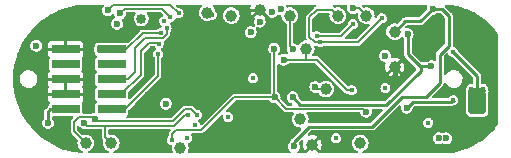
<source format=gbr>
G04 #@! TF.GenerationSoftware,KiCad,Pcbnew,(6.0.4)*
G04 #@! TF.CreationDate,2022-04-30T14:08:03+02:00*
G04 #@! TF.ProjectId,nRF52832_qfaa,6e524635-3238-4333-925f-716661612e6b,rev?*
G04 #@! TF.SameCoordinates,Original*
G04 #@! TF.FileFunction,Copper,L4,Bot*
G04 #@! TF.FilePolarity,Positive*
%FSLAX45Y45*%
G04 Gerber Fmt 4.5, Leading zero omitted, Abs format (unit mm)*
G04 Created by KiCad (PCBNEW (6.0.4)) date 2022-04-30 14:08:03*
%MOMM*%
%LPD*%
G01*
G04 APERTURE LIST*
G04 #@! TA.AperFunction,SMDPad,CuDef*
%ADD10R,1.450000X1.450000*%
G04 #@! TD*
G04 #@! TA.AperFunction,ComponentPad*
%ADD11C,0.500000*%
G04 #@! TD*
G04 #@! TA.AperFunction,ComponentPad*
%ADD12C,0.908000*%
G04 #@! TD*
G04 #@! TA.AperFunction,ComponentPad*
%ADD13C,0.850000*%
G04 #@! TD*
G04 #@! TA.AperFunction,SMDPad,CuDef*
%ADD14R,2.400000X0.740000*%
G04 #@! TD*
G04 #@! TA.AperFunction,SMDPad,CuDef*
%ADD15C,1.000000*%
G04 #@! TD*
G04 #@! TA.AperFunction,ViaPad*
%ADD16C,0.600000*%
G04 #@! TD*
G04 #@! TA.AperFunction,ViaPad*
%ADD17C,0.450000*%
G04 #@! TD*
G04 #@! TA.AperFunction,Conductor*
%ADD18C,0.400000*%
G04 #@! TD*
G04 #@! TA.AperFunction,Conductor*
%ADD19C,0.250000*%
G04 #@! TD*
G04 #@! TA.AperFunction,Conductor*
%ADD20C,0.254000*%
G04 #@! TD*
G04 #@! TA.AperFunction,Conductor*
%ADD21C,0.127000*%
G04 #@! TD*
G04 #@! TA.AperFunction,Conductor*
%ADD22C,0.150000*%
G04 #@! TD*
G04 #@! TA.AperFunction,Conductor*
%ADD23C,0.200000*%
G04 #@! TD*
G04 #@! TA.AperFunction,Conductor*
%ADD24C,0.500000*%
G04 #@! TD*
G04 APERTURE END LIST*
D10*
X6520580Y-3180460D03*
D11*
X6473080Y-3132960D03*
X6568080Y-3132960D03*
X6568080Y-3227960D03*
X6473080Y-3227960D03*
D12*
X4745584Y-3644560D03*
X4745584Y-3524560D03*
X4745584Y-3404560D03*
X4745584Y-3284560D03*
X4625584Y-3644560D03*
X4625584Y-3524560D03*
X4625584Y-3404560D03*
X4625584Y-3284560D03*
X4505584Y-3644560D03*
X4505584Y-3524560D03*
X4505584Y-3404560D03*
X4505584Y-3284560D03*
X4385584Y-3644560D03*
X4385584Y-3524560D03*
X4385584Y-3404560D03*
X4385584Y-3284560D03*
D13*
X4051300Y-3022600D03*
D14*
X3410784Y-3790696D03*
X3800784Y-3790696D03*
X3410784Y-3663696D03*
X3800784Y-3663696D03*
X3410784Y-3536696D03*
X3800784Y-3536696D03*
X3410784Y-3409696D03*
X3800784Y-3409696D03*
X3410784Y-3282696D03*
X3800784Y-3282696D03*
D15*
X6196280Y-3133460D03*
X6896280Y-3708460D03*
X6896280Y-3358460D03*
X6196280Y-3433460D03*
X4610100Y-2971800D03*
X4813300Y-2997200D03*
X5054600Y-2946400D03*
X5613400Y-3619500D03*
X5956300Y-2997200D03*
X5499100Y-4089400D03*
X3797300Y-4076700D03*
X5715000Y-2997200D03*
X5905500Y-4076700D03*
X3581400Y-4076700D03*
X4381500Y-4114800D03*
X5308600Y-2997200D03*
X5448300Y-3276600D03*
X5397500Y-3873500D03*
D16*
X5935980Y-3667760D03*
X5758180Y-3680460D03*
D17*
X4100688Y-3663696D03*
X4233784Y-4023360D03*
X3928984Y-3083560D03*
X3890884Y-3134360D03*
X3801984Y-3147060D03*
X6786880Y-3020060D03*
X6964680Y-3121660D03*
X5580380Y-3020060D03*
X4144955Y-3274131D03*
D16*
X3326384Y-3282696D03*
D17*
X6723380Y-3870960D03*
X4754484Y-4087763D03*
D16*
X4151884Y-4120896D03*
D17*
X4192611Y-3080487D03*
D16*
X5713984Y-3858260D03*
X5104384Y-4019296D03*
D17*
X6558280Y-3832860D03*
X4919584Y-2997200D03*
D16*
X5423908Y-2954722D03*
X3192780Y-3832860D03*
D17*
X6101080Y-3210560D03*
D16*
X3631184Y-3981196D03*
D17*
X6384681Y-3312160D03*
X4652884Y-4087763D03*
D16*
X5472684Y-3485896D03*
X5015484Y-3612896D03*
D17*
X6310884Y-4070096D03*
D16*
X3638682Y-3483950D03*
X5499100Y-4089400D03*
D17*
X6177280Y-3528060D03*
D16*
X6977380Y-3223260D03*
D17*
X4144813Y-3375589D03*
X6278880Y-2980960D03*
X4508500Y-3924300D03*
D16*
X3262884Y-3904996D03*
X4978400Y-3136900D03*
X6570980Y-4036060D03*
X5384800Y-3873500D03*
D17*
X4786488Y-3854196D03*
D16*
X3162300Y-3251200D03*
X5054600Y-3048000D03*
X4259184Y-3743960D03*
X6634480Y-4036060D03*
D17*
X6482080Y-3904996D03*
X6118480Y-3612260D03*
D16*
X4381500Y-4114800D03*
X3568700Y-3905246D03*
D17*
X4447904Y-3838304D03*
X4194884Y-3321790D03*
D16*
X3732784Y-3790696D03*
X5162550Y-2965450D03*
X5232971Y-2939791D03*
D17*
X4198884Y-3233560D03*
D16*
X3732784Y-3663696D03*
D17*
X4214988Y-3143610D03*
D16*
X3701475Y-3282549D03*
X6520180Y-2939796D03*
X6189980Y-3134360D03*
X5344925Y-4104570D03*
X5256784Y-3371596D03*
D17*
X5834380Y-3629660D03*
D16*
X5525318Y-3602050D03*
D17*
X5567680Y-3223260D03*
X6088380Y-3020060D03*
X5535667Y-3172573D03*
X5844148Y-3070860D03*
D16*
X5842000Y-2933700D03*
D17*
X4297284Y-3012313D03*
D16*
X3873201Y-2975961D03*
X3770884Y-2952496D03*
D17*
X4367388Y-2977896D03*
D16*
X3847143Y-3066796D03*
D17*
X4246484Y-3045460D03*
X6691806Y-3305635D03*
X6946280Y-3616960D03*
X6846580Y-3616960D03*
D16*
X5332984Y-3282696D03*
X6307867Y-3155460D03*
X6507480Y-3426460D03*
X5332984Y-3689096D03*
D17*
X4648200Y-2991350D03*
X4813300Y-2997200D03*
X6692286Y-3712575D03*
D16*
X5904143Y-4075936D03*
X6298184Y-3777996D03*
X5180584Y-3689096D03*
X5955284Y-3810046D03*
D17*
X4309984Y-4048760D03*
D16*
X5177559Y-3278387D03*
D17*
X4995784Y-3528060D03*
D16*
X6113780Y-3337560D03*
D17*
X4436984Y-4036060D03*
X5701284Y-4036060D03*
X4520866Y-3835832D03*
D16*
X3662890Y-3868931D03*
X3707384Y-3536696D03*
D17*
X4265788Y-3103599D03*
D18*
X6177280Y-3528060D02*
X6177280Y-3528060D01*
D19*
X6558280Y-3832860D02*
X6558280Y-3832859D01*
D20*
X3257804Y-3282696D02*
X3213100Y-3327400D01*
D19*
X6558280Y-3832860D02*
X6596381Y-3870960D01*
D20*
X3219704Y-3536696D02*
X3410784Y-3536696D01*
D19*
X6596381Y-3870960D02*
X6723380Y-3870960D01*
D18*
X6196280Y-3433460D02*
X6196280Y-3509060D01*
D20*
X3231896Y-3663696D02*
X3213100Y-3644900D01*
D18*
X6196280Y-3509060D02*
X6177280Y-3528060D01*
D19*
X6730080Y-3870960D02*
X6723380Y-3870960D01*
X6896280Y-3291660D02*
X6896280Y-3358460D01*
D20*
X3213100Y-3327400D02*
X3213100Y-3568700D01*
D19*
X4919584Y-2997200D02*
X4970384Y-2946400D01*
X6977380Y-3223260D02*
X6964680Y-3223260D01*
D20*
X3213100Y-3644900D02*
X3213100Y-3568700D01*
D19*
X4970384Y-2946400D02*
X5054600Y-2946400D01*
D20*
X3213100Y-3543300D02*
X3219704Y-3536696D01*
D19*
X6964680Y-3223260D02*
X6896280Y-3291660D01*
D20*
X3326384Y-3282696D02*
X3257804Y-3282696D01*
X3410784Y-3663696D02*
X3231896Y-3663696D01*
X3213100Y-3568700D02*
X3213100Y-3543300D01*
X3262884Y-3904996D02*
X3262884Y-3811016D01*
X3262884Y-3811016D02*
X3283204Y-3790696D01*
X3283204Y-3790696D02*
X3410784Y-3790696D01*
D21*
X3593349Y-3929895D02*
X4330185Y-3929895D01*
X4330185Y-3929895D02*
X4421776Y-3838304D01*
X3568700Y-3905246D02*
X3593349Y-3929895D01*
X4421776Y-3838304D02*
X4447904Y-3838304D01*
X3797300Y-4076700D02*
X3746500Y-4025900D01*
X3746500Y-4025900D02*
X3746500Y-3937000D01*
D22*
X4194884Y-3505929D02*
X3910117Y-3790696D01*
X4194884Y-3321790D02*
X4194884Y-3505929D01*
X3910117Y-3790696D02*
X3800784Y-3790696D01*
X4116500Y-3229179D02*
X4050284Y-3295396D01*
X4050284Y-3497196D02*
X3883784Y-3663696D01*
X4198884Y-3233560D02*
X4194504Y-3229179D01*
X4050284Y-3295396D02*
X4050284Y-3497196D01*
X4194504Y-3229179D02*
X4116500Y-3229179D01*
X3883784Y-3663696D02*
X3800784Y-3663696D01*
X3923284Y-3282696D02*
X3800784Y-3282696D01*
X4062370Y-3143610D02*
X3923284Y-3282696D01*
X4214988Y-3143610D02*
X4062370Y-3143610D01*
D19*
X6196280Y-3133460D02*
X6190880Y-3133460D01*
X6520180Y-2939796D02*
X6597396Y-2939796D01*
X5344925Y-4104570D02*
X5346700Y-4102100D01*
X6460056Y-3687244D02*
X6256856Y-3687244D01*
X6190880Y-3133460D02*
X6189980Y-3134360D01*
X6256856Y-3687244D02*
X6007100Y-3937000D01*
X6578600Y-3568700D02*
X6460056Y-3687244D01*
X6578600Y-3327400D02*
X6578600Y-3568700D01*
X5473700Y-3937000D02*
X5346700Y-4064000D01*
X6007100Y-3937000D02*
X5473700Y-3937000D01*
X6520180Y-2939796D02*
X6414516Y-3045460D01*
X5346700Y-4064000D02*
X5344925Y-4104570D01*
X6284280Y-3045460D02*
X6196280Y-3133460D01*
X6654800Y-2997200D02*
X6654800Y-3251200D01*
X6414516Y-3045460D02*
X6284280Y-3045460D01*
X6654800Y-3251200D02*
X6578600Y-3327400D01*
X6597396Y-2939796D02*
X6654800Y-2997200D01*
D21*
X5448300Y-3365500D02*
X5442204Y-3371596D01*
X5448300Y-3276600D02*
X5448300Y-3365500D01*
D23*
X5442204Y-3371596D02*
X5256784Y-3371596D01*
X5796280Y-3629660D02*
X5538216Y-3371596D01*
X5834380Y-3629660D02*
X5796280Y-3629660D01*
X5538216Y-3371596D02*
X5442204Y-3371596D01*
D21*
X5613400Y-3619500D02*
X5542769Y-3619500D01*
X5542769Y-3619500D02*
X5525318Y-3602050D01*
X5518436Y-3223260D02*
X5473079Y-3177903D01*
X5537200Y-2946400D02*
X5664200Y-2946400D01*
X5567680Y-3223260D02*
X5518436Y-3223260D01*
X5664200Y-2946400D02*
X5715000Y-2997200D01*
D23*
X5605780Y-3223260D02*
X5567680Y-3223260D01*
D21*
X5473079Y-3010521D02*
X5537200Y-2946400D01*
D23*
X6088380Y-3020060D02*
X5885180Y-3223260D01*
X5885180Y-3223260D02*
X5605780Y-3223260D01*
D21*
X5473079Y-3177903D02*
X5473079Y-3010521D01*
D23*
X5742436Y-3172573D02*
X5844148Y-3070860D01*
X5535667Y-3172573D02*
X5742436Y-3172573D01*
X5844148Y-3067929D02*
X5844148Y-3070860D01*
X5892800Y-2933700D02*
X5956300Y-2997200D01*
X5842000Y-2933700D02*
X5892800Y-2933700D01*
X5847080Y-3064998D02*
X5844148Y-3067929D01*
D22*
X3910911Y-2938252D02*
X3873201Y-2975961D01*
X4297284Y-3012313D02*
X4223223Y-2938252D01*
X4223223Y-2938252D02*
X3910911Y-2938252D01*
X4297792Y-2908300D02*
X3815080Y-2908300D01*
X3815080Y-2908300D02*
X3770884Y-2952496D01*
X4367388Y-2977896D02*
X4297792Y-2908300D01*
D24*
X6896280Y-3634560D02*
X6896280Y-3708460D01*
X6946280Y-3633460D02*
X6946280Y-3633460D01*
X6846580Y-3633460D02*
X6946280Y-3633460D01*
X6946280Y-3808460D02*
X6946280Y-3658460D01*
D19*
X6714305Y-3328134D02*
X6714305Y-3328134D01*
X6717030Y-3330859D02*
X6714305Y-3328134D01*
D24*
X6946280Y-3633460D02*
X6896280Y-3633460D01*
X6896280Y-3808460D02*
X6846280Y-3808460D01*
D19*
X6896280Y-3633460D02*
X6896280Y-3510109D01*
D24*
X6896280Y-3808460D02*
X6946280Y-3808460D01*
X6896280Y-3708460D02*
X6896280Y-3808460D01*
D19*
X6714305Y-3328134D02*
X6691806Y-3305635D01*
X6896280Y-3510109D02*
X6714305Y-3328134D01*
D24*
X6896280Y-3633460D02*
X6896280Y-3634560D01*
X6846280Y-3633460D02*
X6846580Y-3633460D01*
X6846280Y-3808460D02*
X6846280Y-3633460D01*
D19*
X6507480Y-3426460D02*
X6413380Y-3426460D01*
X6307867Y-3155460D02*
X6307867Y-3320947D01*
X6128004Y-3752596D02*
X5396484Y-3752596D01*
D21*
X5332984Y-3282696D02*
X5308600Y-3258312D01*
D19*
X6507480Y-3426460D02*
X6418580Y-3426460D01*
X6418580Y-3462020D02*
X6128004Y-3752596D01*
X6307867Y-3320947D02*
X6413380Y-3426460D01*
D21*
X5308600Y-3258312D02*
X5308600Y-2997200D01*
D19*
X5396484Y-3752596D02*
X5332984Y-3689096D01*
X6418580Y-3426460D02*
X6418580Y-3462020D01*
X6348984Y-3727196D02*
X6677665Y-3727196D01*
X6700502Y-3718427D02*
X6698137Y-3718427D01*
X6677665Y-3727196D02*
X6692286Y-3712575D01*
X6298184Y-3777996D02*
X6348984Y-3727196D01*
X6698137Y-3718427D02*
X6692286Y-3712575D01*
D21*
X4558284Y-3968496D02*
X4342384Y-3968496D01*
X4309984Y-4000896D02*
X4309984Y-4048760D01*
X4837684Y-3689096D02*
X4558284Y-3968496D01*
X5180584Y-3689096D02*
X4837684Y-3689096D01*
X5180584Y-3689096D02*
X5277886Y-3786398D01*
X4342384Y-3968496D02*
X4309984Y-4000896D01*
X5277886Y-3786398D02*
X5931636Y-3786398D01*
X5177559Y-3686071D02*
X5180584Y-3689096D01*
X5177559Y-3278387D02*
X5177559Y-3686071D01*
X5931636Y-3786398D02*
X5955284Y-3810046D01*
X3662890Y-3868931D02*
X3647904Y-3853945D01*
X3686255Y-3892296D02*
X3662890Y-3868931D01*
X4520866Y-3835832D02*
X4475730Y-3790696D01*
X3479800Y-3898900D02*
X3479800Y-3975100D01*
X3524755Y-3853945D02*
X3479800Y-3898900D01*
X4475730Y-3790696D02*
X4418584Y-3790696D01*
X4316984Y-3892296D02*
X3686255Y-3892296D01*
X3647904Y-3853945D02*
X3524755Y-3853945D01*
X4418584Y-3790696D02*
X4316984Y-3892296D01*
X3479800Y-3975100D02*
X3581400Y-4076700D01*
D22*
X4265788Y-3156380D02*
X4233560Y-3188609D01*
X3999484Y-3269996D02*
X3999484Y-3473196D01*
X4080871Y-3188609D02*
X3999484Y-3269996D01*
X3935984Y-3536696D02*
X3800784Y-3536696D01*
X4233560Y-3188609D02*
X4080871Y-3188609D01*
X4265788Y-3103599D02*
X4265788Y-3156380D01*
X3999484Y-3473196D02*
X3935984Y-3536696D01*
G04 #@! TA.AperFunction,Conductor*
G36*
X3525755Y-3931927D02*
G01*
X3525772Y-3931966D01*
X3526238Y-3932520D01*
X3526238Y-3932520D01*
X3534287Y-3942097D01*
X3534997Y-3942941D01*
X3546931Y-3950885D01*
X3547672Y-3951116D01*
X3559875Y-3954929D01*
X3559875Y-3954929D01*
X3560616Y-3955160D01*
X3568165Y-3955299D01*
X3574174Y-3955409D01*
X3574174Y-3955409D01*
X3574950Y-3955423D01*
X3575699Y-3955219D01*
X3575699Y-3955219D01*
X3577529Y-3954720D01*
X3582988Y-3955066D01*
X3583048Y-3954763D01*
X3590749Y-3956295D01*
X3590749Y-3956295D01*
X3590749Y-3956295D01*
X3592296Y-3956603D01*
X3592296Y-3956603D01*
X3593349Y-3956812D01*
X3594896Y-3956504D01*
X3597022Y-3956295D01*
X3709200Y-3956295D01*
X3715607Y-3958377D01*
X3719566Y-3963827D01*
X3720100Y-3967195D01*
X3720100Y-4022226D01*
X3719891Y-4024352D01*
X3719583Y-4025900D01*
X3720100Y-4028500D01*
X3721632Y-4036201D01*
X3727467Y-4044933D01*
X3727775Y-4045139D01*
X3730631Y-4050746D01*
X3730021Y-4056410D01*
X3728952Y-4059151D01*
X3728867Y-4059802D01*
X3728867Y-4059803D01*
X3726871Y-4074964D01*
X3726739Y-4075961D01*
X3728600Y-4092813D01*
X3728826Y-4093431D01*
X3728826Y-4093431D01*
X3733506Y-4106221D01*
X3734427Y-4108736D01*
X3743883Y-4122808D01*
X3744369Y-4123250D01*
X3744369Y-4123250D01*
X3754913Y-4132845D01*
X3756423Y-4134219D01*
X3757001Y-4134533D01*
X3770746Y-4141996D01*
X3770746Y-4141996D01*
X3771323Y-4142309D01*
X3771765Y-4142425D01*
X3776896Y-4146670D01*
X3778571Y-4153194D01*
X3776091Y-4159458D01*
X3770403Y-4163068D01*
X3767693Y-4163410D01*
X3610838Y-4163410D01*
X3604431Y-4161328D01*
X3600471Y-4155878D01*
X3600471Y-4149142D01*
X3604431Y-4143692D01*
X3605939Y-4142773D01*
X3620450Y-4135475D01*
X3633342Y-4124463D01*
X3643236Y-4110695D01*
X3645035Y-4106221D01*
X3649315Y-4095573D01*
X3649315Y-4095572D01*
X3649560Y-4094963D01*
X3651949Y-4078178D01*
X3651964Y-4076700D01*
X3649928Y-4059868D01*
X3649695Y-4059253D01*
X3649695Y-4059253D01*
X3644577Y-4045709D01*
X3643934Y-4044008D01*
X3634331Y-4030035D01*
X3633841Y-4029598D01*
X3633841Y-4029598D01*
X3622163Y-4019193D01*
X3622162Y-4019193D01*
X3621672Y-4018756D01*
X3606688Y-4010822D01*
X3606051Y-4010662D01*
X3606051Y-4010662D01*
X3590881Y-4006852D01*
X3590881Y-4006852D01*
X3590244Y-4006692D01*
X3581714Y-4006647D01*
X3573946Y-4006606D01*
X3573946Y-4006606D01*
X3573289Y-4006603D01*
X3559346Y-4009951D01*
X3552631Y-4009422D01*
X3549094Y-4007059D01*
X3509392Y-3967357D01*
X3506334Y-3961355D01*
X3506200Y-3959650D01*
X3506200Y-3938453D01*
X3508282Y-3932046D01*
X3513732Y-3928086D01*
X3520468Y-3928086D01*
X3525755Y-3931927D01*
G37*
G04 #@! TD.AperFunction*
G04 #@! TA.AperFunction,Conductor*
G36*
X4297342Y-3958377D02*
G01*
X4301301Y-3963827D01*
X4301301Y-3970563D01*
X4298642Y-3974902D01*
X4293914Y-3979631D01*
X4292262Y-3980986D01*
X4290951Y-3981863D01*
X4289478Y-3984067D01*
X4285116Y-3990595D01*
X4284293Y-3994730D01*
X4283814Y-3997139D01*
X4283067Y-4000896D01*
X4283276Y-4001949D01*
X4283276Y-4001949D01*
X4283375Y-4002443D01*
X4283584Y-4004570D01*
X4283584Y-4010470D01*
X4281502Y-4016877D01*
X4280392Y-4018178D01*
X4275131Y-4023438D01*
X4269012Y-4035447D01*
X4268878Y-4036295D01*
X4268878Y-4036295D01*
X4267276Y-4046406D01*
X4266904Y-4048760D01*
X4267038Y-4049607D01*
X4268878Y-4061225D01*
X4268878Y-4061225D01*
X4269012Y-4062073D01*
X4270663Y-4065313D01*
X4273599Y-4071075D01*
X4275131Y-4074082D01*
X4284662Y-4083613D01*
X4296671Y-4089732D01*
X4303298Y-4090781D01*
X4309300Y-4093840D01*
X4312359Y-4099842D01*
X4312400Y-4102970D01*
X4311383Y-4110695D01*
X4310939Y-4114061D01*
X4312800Y-4130913D01*
X4313026Y-4131531D01*
X4313026Y-4131531D01*
X4314469Y-4135475D01*
X4318627Y-4146836D01*
X4318993Y-4147381D01*
X4319085Y-4147562D01*
X4320139Y-4154215D01*
X4317081Y-4160217D01*
X4311078Y-4163276D01*
X4309373Y-4163410D01*
X3826738Y-4163410D01*
X3820331Y-4161328D01*
X3816371Y-4155878D01*
X3816371Y-4149142D01*
X3820331Y-4143692D01*
X3821839Y-4142773D01*
X3836350Y-4135475D01*
X3849242Y-4124463D01*
X3859136Y-4110695D01*
X3860935Y-4106221D01*
X3865215Y-4095573D01*
X3865215Y-4095572D01*
X3865460Y-4094963D01*
X3867849Y-4078178D01*
X3867864Y-4076700D01*
X3865828Y-4059868D01*
X3865595Y-4059253D01*
X3865595Y-4059253D01*
X3860477Y-4045709D01*
X3859834Y-4044008D01*
X3850231Y-4030035D01*
X3849741Y-4029598D01*
X3849741Y-4029598D01*
X3838063Y-4019193D01*
X3838062Y-4019193D01*
X3837572Y-4018756D01*
X3822588Y-4010822D01*
X3821951Y-4010662D01*
X3821951Y-4010662D01*
X3806781Y-4006852D01*
X3806781Y-4006852D01*
X3806144Y-4006692D01*
X3797614Y-4006647D01*
X3789846Y-4006606D01*
X3789846Y-4006606D01*
X3789189Y-4006603D01*
X3787289Y-4007059D01*
X3786345Y-4007286D01*
X3779629Y-4006758D01*
X3774506Y-4002382D01*
X3772900Y-3996687D01*
X3772900Y-3967195D01*
X3774982Y-3960788D01*
X3780432Y-3956828D01*
X3783800Y-3956295D01*
X4290935Y-3956295D01*
X4297342Y-3958377D01*
G37*
G04 #@! TD.AperFunction*
G04 #@! TA.AperFunction,Conductor*
G36*
X6637503Y-2905033D02*
G01*
X6638670Y-2905076D01*
X6639471Y-2905135D01*
X6681230Y-2909780D01*
X6682024Y-2909898D01*
X6723328Y-2917612D01*
X6724110Y-2917788D01*
X6764731Y-2928528D01*
X6765500Y-2928762D01*
X6776310Y-2932493D01*
X6805217Y-2942470D01*
X6805967Y-2942760D01*
X6844564Y-2959361D01*
X6845290Y-2959705D01*
X6882558Y-2979109D01*
X6883257Y-2979506D01*
X6904513Y-2992653D01*
X6918991Y-3001607D01*
X6919659Y-3002055D01*
X6927276Y-3007582D01*
X6953665Y-3026731D01*
X6954297Y-3027227D01*
X6985239Y-3053373D01*
X6986390Y-3054345D01*
X6986983Y-3054886D01*
X7016989Y-3084299D01*
X7017541Y-3084883D01*
X7045294Y-3116429D01*
X7045802Y-3117053D01*
X7067136Y-3145253D01*
X7069211Y-3150139D01*
X7075018Y-3187151D01*
X7076098Y-3194034D01*
X7076230Y-3195724D01*
X7076230Y-3877641D01*
X7076059Y-3879566D01*
X7072311Y-3900447D01*
X7069388Y-3916731D01*
X7067353Y-3921381D01*
X7045802Y-3949868D01*
X7045293Y-3950491D01*
X7042502Y-3953664D01*
X7017541Y-3982037D01*
X7016989Y-3982620D01*
X6986983Y-4012034D01*
X6986390Y-4012574D01*
X6955154Y-4038969D01*
X6954298Y-4039693D01*
X6953665Y-4040189D01*
X6932992Y-4055190D01*
X6919659Y-4064865D01*
X6918991Y-4065313D01*
X6910917Y-4070306D01*
X6885159Y-4086237D01*
X6883257Y-4087413D01*
X6882558Y-4087811D01*
X6847199Y-4106221D01*
X6845291Y-4107214D01*
X6844564Y-4107559D01*
X6805967Y-4124159D01*
X6805217Y-4124450D01*
X6805178Y-4124463D01*
X6765500Y-4138158D01*
X6764731Y-4138392D01*
X6724110Y-4149132D01*
X6723328Y-4149308D01*
X6682024Y-4157022D01*
X6681230Y-4157140D01*
X6639471Y-4161785D01*
X6638670Y-4161844D01*
X6599683Y-4163284D01*
X6598491Y-4163171D01*
X6597512Y-4163169D01*
X6596316Y-4162894D01*
X6595119Y-4163165D01*
X6595011Y-4163165D01*
X6592820Y-4163410D01*
X5934938Y-4163410D01*
X5928531Y-4161328D01*
X5924571Y-4155878D01*
X5924571Y-4149142D01*
X5928531Y-4143692D01*
X5930039Y-4142773D01*
X5944550Y-4135475D01*
X5957442Y-4124463D01*
X5967336Y-4110695D01*
X5969135Y-4106221D01*
X5973415Y-4095573D01*
X5973415Y-4095572D01*
X5973660Y-4094963D01*
X5976049Y-4078178D01*
X5976064Y-4076700D01*
X5974028Y-4059868D01*
X5973795Y-4059253D01*
X5973795Y-4059253D01*
X5968677Y-4045709D01*
X5968034Y-4044008D01*
X5962148Y-4035442D01*
X6520419Y-4035442D01*
X6522278Y-4049658D01*
X6528052Y-4062780D01*
X6528551Y-4063374D01*
X6528551Y-4063375D01*
X6535215Y-4071302D01*
X6537277Y-4073755D01*
X6549211Y-4081699D01*
X6549952Y-4081930D01*
X6562155Y-4085743D01*
X6562155Y-4085743D01*
X6562896Y-4085974D01*
X6570653Y-4086116D01*
X6576454Y-4086223D01*
X6576454Y-4086223D01*
X6577230Y-4086237D01*
X6591062Y-4082466D01*
X6596983Y-4078830D01*
X6603531Y-4077252D01*
X6608725Y-4079046D01*
X6612711Y-4081699D01*
X6618837Y-4083613D01*
X6625655Y-4085743D01*
X6625655Y-4085743D01*
X6626396Y-4085974D01*
X6634153Y-4086116D01*
X6639954Y-4086223D01*
X6639954Y-4086223D01*
X6640730Y-4086237D01*
X6654562Y-4082466D01*
X6666779Y-4074964D01*
X6676400Y-4064335D01*
X6682651Y-4051433D01*
X6684543Y-4040189D01*
X6684960Y-4037711D01*
X6684960Y-4037711D01*
X6685030Y-4037295D01*
X6685045Y-4036060D01*
X6683012Y-4021868D01*
X6677078Y-4008817D01*
X6667720Y-3997956D01*
X6655689Y-3990158D01*
X6648893Y-3988126D01*
X6642698Y-3986273D01*
X6642698Y-3986273D01*
X6641954Y-3986051D01*
X6634786Y-3986007D01*
X6628394Y-3985968D01*
X6628394Y-3985968D01*
X6627618Y-3985963D01*
X6626871Y-3986176D01*
X6626871Y-3986176D01*
X6614579Y-3989689D01*
X6614579Y-3989689D01*
X6613833Y-3989903D01*
X6613176Y-3990317D01*
X6613176Y-3990317D01*
X6608561Y-3993229D01*
X6602032Y-3994887D01*
X6596816Y-3993157D01*
X6592863Y-3990595D01*
X6592189Y-3990158D01*
X6585393Y-3988126D01*
X6579198Y-3986273D01*
X6579198Y-3986273D01*
X6578454Y-3986051D01*
X6571286Y-3986007D01*
X6564894Y-3985968D01*
X6564894Y-3985968D01*
X6564118Y-3985963D01*
X6563371Y-3986176D01*
X6563371Y-3986176D01*
X6551079Y-3989689D01*
X6551079Y-3989689D01*
X6550333Y-3989903D01*
X6549676Y-3990317D01*
X6549676Y-3990317D01*
X6539580Y-3996687D01*
X6538208Y-3997553D01*
X6528718Y-4008299D01*
X6528388Y-4009002D01*
X6528388Y-4009002D01*
X6522955Y-4020573D01*
X6522955Y-4020573D01*
X6522625Y-4021276D01*
X6522505Y-4022044D01*
X6522047Y-4024985D01*
X6520419Y-4035442D01*
X5962148Y-4035442D01*
X5958431Y-4030035D01*
X5957941Y-4029598D01*
X5957941Y-4029598D01*
X5946263Y-4019193D01*
X5946262Y-4019193D01*
X5945772Y-4018756D01*
X5930788Y-4010822D01*
X5930151Y-4010662D01*
X5930151Y-4010662D01*
X5914981Y-4006852D01*
X5914981Y-4006852D01*
X5914344Y-4006692D01*
X5905814Y-4006647D01*
X5898046Y-4006606D01*
X5898046Y-4006606D01*
X5897389Y-4006603D01*
X5880903Y-4010561D01*
X5880319Y-4010863D01*
X5880319Y-4010863D01*
X5872332Y-4014985D01*
X5865837Y-4018337D01*
X5865342Y-4018769D01*
X5865342Y-4018769D01*
X5854187Y-4028500D01*
X5853060Y-4029483D01*
X5852682Y-4030021D01*
X5843721Y-4042772D01*
X5843311Y-4043355D01*
X5837152Y-4059151D01*
X5837067Y-4059802D01*
X5837067Y-4059803D01*
X5835071Y-4074964D01*
X5834939Y-4075961D01*
X5836800Y-4092813D01*
X5837026Y-4093431D01*
X5837026Y-4093431D01*
X5841706Y-4106221D01*
X5842627Y-4108736D01*
X5852083Y-4122808D01*
X5852569Y-4123250D01*
X5852569Y-4123250D01*
X5863113Y-4132845D01*
X5864623Y-4134219D01*
X5865201Y-4134533D01*
X5878946Y-4141996D01*
X5878946Y-4141996D01*
X5879523Y-4142309D01*
X5879965Y-4142425D01*
X5885096Y-4146670D01*
X5886771Y-4153194D01*
X5884291Y-4159458D01*
X5878603Y-4163068D01*
X5875893Y-4163410D01*
X5556957Y-4163410D01*
X5550550Y-4161328D01*
X5547531Y-4157174D01*
X5547466Y-4157210D01*
X5547176Y-4156684D01*
X5546590Y-4155878D01*
X5546554Y-4155559D01*
X5545289Y-4153267D01*
X5500321Y-4108298D01*
X5499012Y-4107632D01*
X5498458Y-4107719D01*
X5453213Y-4152965D01*
X5450949Y-4157408D01*
X5450940Y-4157465D01*
X5446174Y-4162225D01*
X5441231Y-4163410D01*
X5383232Y-4163410D01*
X5376825Y-4161328D01*
X5372866Y-4155878D01*
X5372866Y-4149142D01*
X5376270Y-4144123D01*
X5376562Y-4143881D01*
X5377224Y-4143474D01*
X5386845Y-4132845D01*
X5393096Y-4119943D01*
X5395206Y-4107400D01*
X5395404Y-4106221D01*
X5395404Y-4106221D01*
X5395474Y-4105805D01*
X5395489Y-4104570D01*
X5393457Y-4090378D01*
X5389616Y-4081931D01*
X5388113Y-4078624D01*
X5387356Y-4071930D01*
X5390328Y-4066405D01*
X5405878Y-4050855D01*
X5411880Y-4047796D01*
X5418534Y-4048850D01*
X5423297Y-4053614D01*
X5424351Y-4060267D01*
X5423828Y-4062290D01*
X5421060Y-4069897D01*
X5420775Y-4071075D01*
X5418678Y-4087671D01*
X5418661Y-4088882D01*
X5420294Y-4105532D01*
X5420545Y-4106716D01*
X5425826Y-4122590D01*
X5426334Y-4123690D01*
X5433285Y-4135167D01*
X5434339Y-4136077D01*
X5435255Y-4135567D01*
X5481335Y-4089488D01*
X5517332Y-4089488D01*
X5517419Y-4090042D01*
X5562646Y-4135269D01*
X5563953Y-4135934D01*
X5564645Y-4135318D01*
X5570367Y-4126706D01*
X5570920Y-4125630D01*
X5576861Y-4109991D01*
X5577162Y-4108817D01*
X5579527Y-4091988D01*
X5579580Y-4091305D01*
X5579601Y-4089743D01*
X5579568Y-4089060D01*
X5577674Y-4072169D01*
X5577405Y-4070989D01*
X5571904Y-4055190D01*
X5571380Y-4054097D01*
X5564873Y-4043684D01*
X5563786Y-4042772D01*
X5562909Y-4043268D01*
X5517998Y-4088179D01*
X5517332Y-4089488D01*
X5481335Y-4089488D01*
X5534762Y-4036060D01*
X5658204Y-4036060D01*
X5658338Y-4036907D01*
X5660178Y-4048525D01*
X5660178Y-4048525D01*
X5660312Y-4049373D01*
X5666431Y-4061382D01*
X5675962Y-4070913D01*
X5676726Y-4071302D01*
X5676726Y-4071302D01*
X5678428Y-4072169D01*
X5687971Y-4077032D01*
X5688819Y-4077166D01*
X5688819Y-4077166D01*
X5700437Y-4079006D01*
X5701284Y-4079140D01*
X5702131Y-4079006D01*
X5713749Y-4077166D01*
X5713749Y-4077166D01*
X5714597Y-4077032D01*
X5724140Y-4072169D01*
X5725842Y-4071302D01*
X5725842Y-4071302D01*
X5726606Y-4070913D01*
X5736137Y-4061382D01*
X5742256Y-4049373D01*
X5742390Y-4048525D01*
X5742390Y-4048525D01*
X5744230Y-4036907D01*
X5744364Y-4036060D01*
X5743410Y-4030035D01*
X5742390Y-4023595D01*
X5742390Y-4023595D01*
X5742256Y-4022747D01*
X5737158Y-4012743D01*
X5736526Y-4011502D01*
X5736526Y-4011502D01*
X5736137Y-4010738D01*
X5726606Y-4001207D01*
X5714597Y-3995088D01*
X5713749Y-3994954D01*
X5713749Y-3994954D01*
X5702131Y-3993114D01*
X5701284Y-3992980D01*
X5700437Y-3993114D01*
X5688819Y-3994954D01*
X5688819Y-3994954D01*
X5687971Y-3995088D01*
X5675962Y-4001207D01*
X5666431Y-4010738D01*
X5666042Y-4011502D01*
X5666042Y-4011502D01*
X5665410Y-4012743D01*
X5660312Y-4022747D01*
X5660178Y-4023595D01*
X5660178Y-4023595D01*
X5659158Y-4030035D01*
X5658204Y-4036060D01*
X5534762Y-4036060D01*
X5545033Y-4025790D01*
X5545682Y-4024515D01*
X5545017Y-4023784D01*
X5534906Y-4017368D01*
X5533817Y-4016837D01*
X5518058Y-4011225D01*
X5516878Y-4010949D01*
X5500267Y-4008968D01*
X5499056Y-4008959D01*
X5482419Y-4010708D01*
X5481235Y-4010968D01*
X5471798Y-4014181D01*
X5465062Y-4014275D01*
X5459557Y-4010392D01*
X5457386Y-4004015D01*
X5459378Y-3997579D01*
X5460578Y-3996155D01*
X5483990Y-3972742D01*
X5489993Y-3969684D01*
X5491698Y-3969550D01*
X6005203Y-3969550D01*
X6006153Y-3969591D01*
X6009030Y-3969843D01*
X6009031Y-3969843D01*
X6009981Y-3969926D01*
X6013694Y-3968931D01*
X6014621Y-3968726D01*
X6017465Y-3968224D01*
X6018404Y-3968059D01*
X6019230Y-3967582D01*
X6019698Y-3967412D01*
X6020147Y-3967202D01*
X6021068Y-3966955D01*
X6024216Y-3964751D01*
X6025017Y-3964241D01*
X6028345Y-3962319D01*
X6028958Y-3961589D01*
X6028959Y-3961589D01*
X6030816Y-3959376D01*
X6031458Y-3958675D01*
X6085137Y-3904996D01*
X6439000Y-3904996D01*
X6439134Y-3905843D01*
X6440974Y-3917461D01*
X6440974Y-3917461D01*
X6441108Y-3918309D01*
X6447227Y-3930318D01*
X6456758Y-3939849D01*
X6468767Y-3945968D01*
X6469615Y-3946102D01*
X6469615Y-3946102D01*
X6481233Y-3947942D01*
X6482080Y-3948076D01*
X6482927Y-3947942D01*
X6494545Y-3946102D01*
X6494545Y-3946102D01*
X6495393Y-3945968D01*
X6507402Y-3939849D01*
X6516933Y-3930318D01*
X6523052Y-3918309D01*
X6523186Y-3917461D01*
X6523186Y-3917461D01*
X6525026Y-3905843D01*
X6525160Y-3904996D01*
X6524440Y-3900447D01*
X6523186Y-3892531D01*
X6523186Y-3892531D01*
X6523052Y-3891683D01*
X6517972Y-3881713D01*
X6517322Y-3880438D01*
X6517322Y-3880438D01*
X6516933Y-3879674D01*
X6507402Y-3870143D01*
X6505925Y-3869390D01*
X6502231Y-3867509D01*
X6495393Y-3864024D01*
X6494545Y-3863890D01*
X6494545Y-3863890D01*
X6482927Y-3862050D01*
X6482080Y-3861916D01*
X6481233Y-3862050D01*
X6469615Y-3863890D01*
X6469615Y-3863890D01*
X6468767Y-3864024D01*
X6461929Y-3867509D01*
X6458235Y-3869390D01*
X6456758Y-3870143D01*
X6447227Y-3879674D01*
X6446838Y-3880438D01*
X6446838Y-3880438D01*
X6446188Y-3881713D01*
X6441108Y-3891683D01*
X6440974Y-3892531D01*
X6440974Y-3892531D01*
X6439720Y-3900447D01*
X6439000Y-3904996D01*
X6085137Y-3904996D01*
X6230437Y-3759695D01*
X6236440Y-3756637D01*
X6243093Y-3757691D01*
X6247857Y-3762454D01*
X6248915Y-3769080D01*
X6248066Y-3774531D01*
X6247623Y-3777378D01*
X6249482Y-3791594D01*
X6255256Y-3804716D01*
X6255755Y-3805310D01*
X6255755Y-3805311D01*
X6263910Y-3815011D01*
X6264481Y-3815691D01*
X6276415Y-3823635D01*
X6277156Y-3823866D01*
X6289359Y-3827679D01*
X6289359Y-3827679D01*
X6290100Y-3827910D01*
X6297857Y-3828052D01*
X6303658Y-3828159D01*
X6303658Y-3828159D01*
X6304434Y-3828173D01*
X6318266Y-3824402D01*
X6330483Y-3816900D01*
X6334515Y-3812446D01*
X6339583Y-3806847D01*
X6340104Y-3806271D01*
X6346355Y-3793369D01*
X6348734Y-3779231D01*
X6348749Y-3777996D01*
X6348939Y-3777998D01*
X6350424Y-3772166D01*
X6351931Y-3770281D01*
X6359274Y-3762938D01*
X6365277Y-3759880D01*
X6366982Y-3759746D01*
X6675768Y-3759746D01*
X6676718Y-3759787D01*
X6679596Y-3760039D01*
X6679596Y-3760039D01*
X6680546Y-3760122D01*
X6684259Y-3759127D01*
X6685186Y-3758922D01*
X6688030Y-3758420D01*
X6688970Y-3758255D01*
X6689795Y-3757778D01*
X6690262Y-3757608D01*
X6690712Y-3757398D01*
X6691633Y-3757151D01*
X6692415Y-3756604D01*
X6693279Y-3756201D01*
X6693332Y-3756315D01*
X6696688Y-3754959D01*
X6705598Y-3753547D01*
X6717608Y-3747428D01*
X6719911Y-3745125D01*
X6720612Y-3744483D01*
X6720921Y-3744223D01*
X6721747Y-3743746D01*
X6723828Y-3741267D01*
X6724470Y-3740566D01*
X6727138Y-3737897D01*
X6727528Y-3737133D01*
X6728032Y-3736439D01*
X6728043Y-3736448D01*
X6728266Y-3736111D01*
X6728513Y-3735683D01*
X6729126Y-3734953D01*
X6730116Y-3732233D01*
X6730646Y-3731013D01*
X6732199Y-3727965D01*
X6733257Y-3725888D01*
X6733392Y-3725041D01*
X6733392Y-3725040D01*
X6735232Y-3713423D01*
X6735366Y-3712575D01*
X6734468Y-3706903D01*
X6733392Y-3700110D01*
X6733392Y-3700110D01*
X6733257Y-3699263D01*
X6728374Y-3689678D01*
X6727528Y-3688017D01*
X6727528Y-3688017D01*
X6727138Y-3687253D01*
X6717608Y-3677723D01*
X6716393Y-3677104D01*
X6710688Y-3674197D01*
X6705598Y-3671604D01*
X6704751Y-3671469D01*
X6704751Y-3671469D01*
X6693133Y-3669629D01*
X6692286Y-3669495D01*
X6691438Y-3669629D01*
X6679821Y-3671469D01*
X6679820Y-3671469D01*
X6678973Y-3671604D01*
X6673883Y-3674197D01*
X6668179Y-3677104D01*
X6666964Y-3677723D01*
X6657433Y-3687253D01*
X6657043Y-3688017D01*
X6657043Y-3688018D01*
X6656699Y-3688694D01*
X6651935Y-3693458D01*
X6646987Y-3694646D01*
X6525002Y-3694646D01*
X6518595Y-3692564D01*
X6514635Y-3687114D01*
X6514635Y-3680378D01*
X6517294Y-3676038D01*
X6549716Y-3643617D01*
X6600275Y-3593057D01*
X6600977Y-3592415D01*
X6603189Y-3590558D01*
X6603189Y-3590558D01*
X6603919Y-3589945D01*
X6605841Y-3586617D01*
X6606351Y-3585816D01*
X6608008Y-3583449D01*
X6608008Y-3583449D01*
X6608555Y-3582668D01*
X6608802Y-3581747D01*
X6609012Y-3581297D01*
X6609182Y-3580830D01*
X6609659Y-3580004D01*
X6610208Y-3576889D01*
X6610326Y-3576220D01*
X6610532Y-3575292D01*
X6610705Y-3574647D01*
X6610927Y-3573817D01*
X6614596Y-3568167D01*
X6620885Y-3565753D01*
X6627392Y-3567496D01*
X6630620Y-3570916D01*
X6630645Y-3570897D01*
X6641018Y-3584992D01*
X6654355Y-3596323D01*
X6654919Y-3596611D01*
X6654920Y-3596611D01*
X6669378Y-3603994D01*
X6669378Y-3603994D01*
X6669942Y-3604282D01*
X6670556Y-3604432D01*
X6670556Y-3604432D01*
X6686469Y-3608326D01*
X6686469Y-3608326D01*
X6686941Y-3608441D01*
X6687425Y-3608471D01*
X6687425Y-3608472D01*
X6687724Y-3608490D01*
X6688045Y-3608510D01*
X6700662Y-3608510D01*
X6710262Y-3607391D01*
X6713034Y-3607068D01*
X6713034Y-3607068D01*
X6713663Y-3606994D01*
X6714257Y-3606778D01*
X6714258Y-3606778D01*
X6729518Y-3601239D01*
X6729518Y-3601239D01*
X6730113Y-3601023D01*
X6742435Y-3592945D01*
X6744219Y-3591775D01*
X6744219Y-3591775D01*
X6744748Y-3591428D01*
X6756784Y-3578723D01*
X6765574Y-3563590D01*
X6766408Y-3560836D01*
X6770463Y-3547447D01*
X6770463Y-3547447D01*
X6770647Y-3546841D01*
X6771477Y-3533460D01*
X6771691Y-3530006D01*
X6771691Y-3530006D01*
X6771730Y-3529374D01*
X6768767Y-3512126D01*
X6764708Y-3502588D01*
X6762163Y-3496605D01*
X6762162Y-3496605D01*
X6761915Y-3496023D01*
X6751542Y-3481928D01*
X6738204Y-3470597D01*
X6737640Y-3470309D01*
X6737640Y-3470309D01*
X6723182Y-3462926D01*
X6723182Y-3462926D01*
X6722618Y-3462638D01*
X6722004Y-3462488D01*
X6722003Y-3462488D01*
X6706091Y-3458594D01*
X6706091Y-3458594D01*
X6705619Y-3458478D01*
X6705135Y-3458448D01*
X6705135Y-3458448D01*
X6704836Y-3458430D01*
X6704515Y-3458410D01*
X6691898Y-3458410D01*
X6682298Y-3459529D01*
X6679526Y-3459852D01*
X6679526Y-3459852D01*
X6678897Y-3459926D01*
X6678303Y-3460141D01*
X6678302Y-3460142D01*
X6668564Y-3463676D01*
X6662447Y-3465897D01*
X6655278Y-3470597D01*
X6649147Y-3474617D01*
X6647811Y-3475492D01*
X6635776Y-3488197D01*
X6631475Y-3495601D01*
X6626457Y-3500096D01*
X6619756Y-3500782D01*
X6613931Y-3497399D01*
X6611207Y-3491238D01*
X6611150Y-3490127D01*
X6611150Y-3345398D01*
X6613232Y-3338991D01*
X6614342Y-3337690D01*
X6634235Y-3317798D01*
X6640237Y-3314740D01*
X6646891Y-3315793D01*
X6651654Y-3320557D01*
X6652726Y-3322661D01*
X6655656Y-3328412D01*
X6656953Y-3330957D01*
X6666484Y-3340488D01*
X6667248Y-3340877D01*
X6667248Y-3340877D01*
X6668561Y-3341546D01*
X6678493Y-3346607D01*
X6684641Y-3347580D01*
X6690644Y-3350639D01*
X6691286Y-3351340D01*
X6692382Y-3352646D01*
X6693060Y-3353454D01*
X6693886Y-3353930D01*
X6694616Y-3354543D01*
X6694565Y-3354605D01*
X6695333Y-3355195D01*
X6696026Y-3355888D01*
X6696027Y-3355889D01*
X6860537Y-3520399D01*
X6863596Y-3526401D01*
X6863730Y-3528106D01*
X6863730Y-3563834D01*
X6861648Y-3570240D01*
X6856198Y-3574200D01*
X6851125Y-3574599D01*
X6847427Y-3574014D01*
X6847427Y-3574014D01*
X6846580Y-3573880D01*
X6845733Y-3574014D01*
X6834115Y-3575854D01*
X6834115Y-3575854D01*
X6833267Y-3575988D01*
X6825584Y-3579903D01*
X6822913Y-3581264D01*
X6821258Y-3582107D01*
X6811727Y-3591638D01*
X6811338Y-3592402D01*
X6811338Y-3592402D01*
X6811175Y-3592721D01*
X6805608Y-3603647D01*
X6805474Y-3604495D01*
X6805474Y-3604495D01*
X6803718Y-3615583D01*
X6803500Y-3616960D01*
X6803559Y-3617334D01*
X6803352Y-3619139D01*
X6802887Y-3621146D01*
X6802661Y-3621971D01*
X6801469Y-3625740D01*
X6801469Y-3625741D01*
X6801282Y-3626333D01*
X6801230Y-3626994D01*
X6801230Y-3627207D01*
X6801222Y-3627422D01*
X6801187Y-3627420D01*
X6801089Y-3628278D01*
X6801109Y-3628279D01*
X6801045Y-3629092D01*
X6800861Y-3629885D01*
X6800919Y-3630698D01*
X6800919Y-3630698D01*
X6801203Y-3634706D01*
X6801230Y-3635476D01*
X6801230Y-3802049D01*
X6801089Y-3803278D01*
X6801109Y-3803279D01*
X6801045Y-3804092D01*
X6800861Y-3804885D01*
X6800919Y-3805698D01*
X6800919Y-3805698D01*
X6801203Y-3809706D01*
X6801230Y-3810476D01*
X6801230Y-3811845D01*
X6801290Y-3812247D01*
X6801401Y-3812984D01*
X6801495Y-3813834D01*
X6801818Y-3818398D01*
X6802112Y-3819158D01*
X6802246Y-3819758D01*
X6802433Y-3820464D01*
X6802614Y-3821051D01*
X6802735Y-3821856D01*
X6803087Y-3822590D01*
X6803088Y-3822591D01*
X6804716Y-3825981D01*
X6805056Y-3826767D01*
X6805498Y-3827910D01*
X6806706Y-3831033D01*
X6807210Y-3831672D01*
X6807514Y-3832205D01*
X6807902Y-3832827D01*
X6808246Y-3833333D01*
X6808599Y-3834068D01*
X6811013Y-3836680D01*
X6811705Y-3837428D01*
X6812260Y-3838078D01*
X6815093Y-3841671D01*
X6815763Y-3842134D01*
X6816210Y-3842554D01*
X6816764Y-3843035D01*
X6817242Y-3843417D01*
X6817795Y-3844016D01*
X6821752Y-3846314D01*
X6822474Y-3846772D01*
X6826237Y-3849373D01*
X6827014Y-3849619D01*
X6827562Y-3849887D01*
X6828240Y-3850187D01*
X6828805Y-3850411D01*
X6829509Y-3850820D01*
X6833844Y-3851824D01*
X6833966Y-3851853D01*
X6834791Y-3852079D01*
X6838560Y-3853271D01*
X6838561Y-3853271D01*
X6839153Y-3853458D01*
X6839814Y-3853510D01*
X6840027Y-3853510D01*
X6840242Y-3853518D01*
X6840240Y-3853552D01*
X6841098Y-3853651D01*
X6841099Y-3853631D01*
X6841912Y-3853695D01*
X6842705Y-3853878D01*
X6843518Y-3853821D01*
X6843518Y-3853821D01*
X6847526Y-3853537D01*
X6848296Y-3853510D01*
X6889869Y-3853510D01*
X6891098Y-3853651D01*
X6891099Y-3853631D01*
X6891912Y-3853695D01*
X6892705Y-3853878D01*
X6893518Y-3853821D01*
X6893518Y-3853821D01*
X6897526Y-3853537D01*
X6898296Y-3853510D01*
X6939869Y-3853510D01*
X6941098Y-3853651D01*
X6941099Y-3853631D01*
X6941912Y-3853695D01*
X6942705Y-3853878D01*
X6943518Y-3853821D01*
X6943518Y-3853821D01*
X6947526Y-3853537D01*
X6948296Y-3853510D01*
X6949665Y-3853510D01*
X6950804Y-3853339D01*
X6951654Y-3853245D01*
X6953618Y-3853106D01*
X6955405Y-3852979D01*
X6955406Y-3852979D01*
X6956218Y-3852922D01*
X6956978Y-3852628D01*
X6957578Y-3852494D01*
X6958284Y-3852306D01*
X6958871Y-3852126D01*
X6959676Y-3852005D01*
X6960410Y-3851652D01*
X6960411Y-3851652D01*
X6963801Y-3850024D01*
X6964587Y-3849684D01*
X6968092Y-3848328D01*
X6968853Y-3848034D01*
X6969492Y-3847529D01*
X6970025Y-3847226D01*
X6970647Y-3846838D01*
X6971153Y-3846494D01*
X6971888Y-3846141D01*
X6975248Y-3843035D01*
X6975898Y-3842480D01*
X6978851Y-3840152D01*
X6979491Y-3839647D01*
X6979954Y-3838977D01*
X6980374Y-3838530D01*
X6980855Y-3837976D01*
X6981237Y-3837498D01*
X6981836Y-3836945D01*
X6982664Y-3835519D01*
X6983276Y-3834466D01*
X6984134Y-3832988D01*
X6984592Y-3832266D01*
X6985445Y-3831033D01*
X6987193Y-3828503D01*
X6987439Y-3827726D01*
X6987707Y-3827178D01*
X6988007Y-3826500D01*
X6988231Y-3825935D01*
X6988640Y-3825231D01*
X6989673Y-3820774D01*
X6989899Y-3819949D01*
X6991091Y-3816180D01*
X6991091Y-3816179D01*
X6991278Y-3815587D01*
X6991330Y-3814926D01*
X6991330Y-3814713D01*
X6991338Y-3814498D01*
X6991372Y-3814500D01*
X6991471Y-3813642D01*
X6991451Y-3813641D01*
X6991515Y-3812828D01*
X6991698Y-3812034D01*
X6991633Y-3811116D01*
X6991357Y-3807214D01*
X6991330Y-3806444D01*
X6991330Y-3655075D01*
X6991253Y-3654560D01*
X6990716Y-3650992D01*
X6990139Y-3647152D01*
X6990299Y-3643071D01*
X6990379Y-3642725D01*
X6991698Y-3637034D01*
X6991588Y-3635476D01*
X6991018Y-3627422D01*
X6990742Y-3623522D01*
X6990448Y-3622762D01*
X6990448Y-3622761D01*
X6989960Y-3621502D01*
X6989247Y-3617678D01*
X6989360Y-3616960D01*
X6989142Y-3615583D01*
X6987386Y-3604495D01*
X6987386Y-3604495D01*
X6987252Y-3603647D01*
X6981685Y-3592721D01*
X6981522Y-3592402D01*
X6981522Y-3592402D01*
X6981133Y-3591638D01*
X6971602Y-3582107D01*
X6969947Y-3581264D01*
X6967276Y-3579903D01*
X6959593Y-3575988D01*
X6958745Y-3575854D01*
X6958745Y-3575854D01*
X6947127Y-3574014D01*
X6946280Y-3573880D01*
X6941435Y-3574647D01*
X6934782Y-3573593D01*
X6930018Y-3568830D01*
X6928830Y-3563881D01*
X6928830Y-3512006D01*
X6928871Y-3511056D01*
X6929123Y-3508178D01*
X6929123Y-3508178D01*
X6929206Y-3507228D01*
X6928211Y-3503514D01*
X6928006Y-3502588D01*
X6927504Y-3499743D01*
X6927339Y-3498804D01*
X6926862Y-3497978D01*
X6926692Y-3497511D01*
X6926482Y-3497061D01*
X6926235Y-3496140D01*
X6924031Y-3492993D01*
X6923521Y-3492192D01*
X6921599Y-3488863D01*
X6920869Y-3488250D01*
X6920869Y-3488250D01*
X6918656Y-3486393D01*
X6917955Y-3485751D01*
X6738663Y-3306459D01*
X6738021Y-3305758D01*
X6736124Y-3303498D01*
X6733708Y-3298197D01*
X6732912Y-3293170D01*
X6732912Y-3293170D01*
X6732778Y-3292322D01*
X6726659Y-3280313D01*
X6717128Y-3270782D01*
X6715978Y-3270196D01*
X6712713Y-3268533D01*
X6705118Y-3264663D01*
X6696832Y-3263350D01*
X6690830Y-3260292D01*
X6687771Y-3254290D01*
X6687679Y-3253535D01*
X6687619Y-3252852D01*
X6687391Y-3250252D01*
X6687350Y-3249303D01*
X6687350Y-2999096D01*
X6687391Y-2998146D01*
X6687643Y-2995269D01*
X6687726Y-2994319D01*
X6686732Y-2990607D01*
X6686526Y-2989680D01*
X6686235Y-2988032D01*
X6685859Y-2985895D01*
X6685382Y-2985070D01*
X6685212Y-2984603D01*
X6685002Y-2984153D01*
X6684755Y-2983232D01*
X6682551Y-2980084D01*
X6682040Y-2979282D01*
X6681939Y-2979107D01*
X6680119Y-2975954D01*
X6679389Y-2975341D01*
X6679389Y-2975341D01*
X6677176Y-2973485D01*
X6676475Y-2972843D01*
X6651833Y-2948200D01*
X6627184Y-2923551D01*
X6624126Y-2917549D01*
X6625179Y-2910895D01*
X6629943Y-2906132D01*
X6635294Y-2904951D01*
X6637503Y-2905033D01*
G37*
G04 #@! TD.AperFunction*
G04 #@! TA.AperFunction,Conductor*
G36*
X5138717Y-3717578D02*
G01*
X5140654Y-3719382D01*
X5146382Y-3726197D01*
X5146881Y-3726791D01*
X5158815Y-3734735D01*
X5159556Y-3734966D01*
X5171759Y-3738779D01*
X5171759Y-3738779D01*
X5172500Y-3739010D01*
X5179667Y-3739142D01*
X5186058Y-3739259D01*
X5186058Y-3739259D01*
X5186834Y-3739273D01*
X5187397Y-3739120D01*
X5193925Y-3740376D01*
X5196365Y-3742212D01*
X5256621Y-3802468D01*
X5257976Y-3804120D01*
X5258853Y-3805431D01*
X5267585Y-3811266D01*
X5275286Y-3812798D01*
X5275286Y-3812798D01*
X5275287Y-3812798D01*
X5276833Y-3813106D01*
X5276833Y-3813106D01*
X5277886Y-3813315D01*
X5279433Y-3813007D01*
X5281559Y-3812798D01*
X5333555Y-3812798D01*
X5339962Y-3814880D01*
X5343921Y-3820330D01*
X5343921Y-3827066D01*
X5342473Y-3829965D01*
X5335311Y-3840155D01*
X5329152Y-3855951D01*
X5329067Y-3856602D01*
X5329067Y-3856603D01*
X5327383Y-3869390D01*
X5326939Y-3872761D01*
X5328800Y-3889613D01*
X5329026Y-3890231D01*
X5329026Y-3890231D01*
X5332198Y-3898900D01*
X5334627Y-3905536D01*
X5344083Y-3919608D01*
X5344569Y-3920050D01*
X5344569Y-3920050D01*
X5355853Y-3930318D01*
X5356623Y-3931019D01*
X5357201Y-3931333D01*
X5370946Y-3938796D01*
X5370947Y-3938796D01*
X5371524Y-3939109D01*
X5372159Y-3939276D01*
X5372159Y-3939276D01*
X5384753Y-3942580D01*
X5387923Y-3943412D01*
X5393359Y-3943497D01*
X5395002Y-3943523D01*
X5401375Y-3945705D01*
X5405249Y-3951216D01*
X5405143Y-3957952D01*
X5402538Y-3962129D01*
X5325698Y-4038969D01*
X5324626Y-4039910D01*
X5322334Y-4041668D01*
X5321821Y-4042472D01*
X5319759Y-4045709D01*
X5319495Y-4046104D01*
X5316745Y-4050032D01*
X5316556Y-4050735D01*
X5316165Y-4051348D01*
X5315959Y-4052279D01*
X5315959Y-4052279D01*
X5315127Y-4056027D01*
X5315015Y-4056488D01*
X5313774Y-4061119D01*
X5313782Y-4061220D01*
X5311281Y-4067050D01*
X5302662Y-4076809D01*
X5302332Y-4077511D01*
X5302332Y-4077512D01*
X5296899Y-4089083D01*
X5296899Y-4089083D01*
X5296569Y-4089786D01*
X5296450Y-4090554D01*
X5296414Y-4090781D01*
X5294364Y-4103952D01*
X5296223Y-4118168D01*
X5301997Y-4131290D01*
X5302496Y-4131884D01*
X5302496Y-4131884D01*
X5305762Y-4135770D01*
X5311222Y-4142265D01*
X5311868Y-4142695D01*
X5311868Y-4142695D01*
X5312982Y-4143436D01*
X5317162Y-4148719D01*
X5317438Y-4155450D01*
X5313705Y-4161058D01*
X5306942Y-4163410D01*
X4453590Y-4163410D01*
X4447183Y-4161328D01*
X4443224Y-4155878D01*
X4443224Y-4149142D01*
X4443477Y-4148444D01*
X4444107Y-4146878D01*
X4447518Y-4138392D01*
X4449415Y-4133673D01*
X4449415Y-4133672D01*
X4449660Y-4133063D01*
X4452049Y-4116278D01*
X4452065Y-4114800D01*
X4450028Y-4097968D01*
X4446888Y-4089659D01*
X4446571Y-4082930D01*
X4450269Y-4077300D01*
X4452136Y-4076095D01*
X4457586Y-4073318D01*
X4461542Y-4071302D01*
X4461542Y-4071302D01*
X4462306Y-4070913D01*
X4471837Y-4061382D01*
X4477956Y-4049373D01*
X4478090Y-4048525D01*
X4478090Y-4048525D01*
X4479930Y-4036907D01*
X4480064Y-4036060D01*
X4479110Y-4030035D01*
X4478090Y-4023595D01*
X4478090Y-4023595D01*
X4477956Y-4022747D01*
X4471840Y-4010744D01*
X4470786Y-4004091D01*
X4473845Y-3998088D01*
X4479847Y-3995030D01*
X4481552Y-3994896D01*
X4554610Y-3994896D01*
X4556737Y-3995105D01*
X4557231Y-3995204D01*
X4557231Y-3995204D01*
X4558284Y-3995413D01*
X4559337Y-3995204D01*
X4559832Y-3995105D01*
X4560884Y-3994896D01*
X4568585Y-3993364D01*
X4577317Y-3987529D01*
X4578194Y-3986218D01*
X4579549Y-3984566D01*
X4725989Y-3838126D01*
X4731991Y-3835068D01*
X4738645Y-3836122D01*
X4743408Y-3840886D01*
X4744462Y-3847539D01*
X4744043Y-3850187D01*
X4743408Y-3854196D01*
X4743542Y-3855043D01*
X4745382Y-3866661D01*
X4745382Y-3866661D01*
X4745516Y-3867509D01*
X4748192Y-3872761D01*
X4751173Y-3878611D01*
X4751635Y-3879518D01*
X4761166Y-3889049D01*
X4761930Y-3889438D01*
X4761930Y-3889438D01*
X4762350Y-3889652D01*
X4773175Y-3895168D01*
X4774023Y-3895302D01*
X4774023Y-3895302D01*
X4785641Y-3897142D01*
X4786488Y-3897276D01*
X4787335Y-3897142D01*
X4798953Y-3895302D01*
X4798953Y-3895302D01*
X4799801Y-3895168D01*
X4810626Y-3889652D01*
X4811046Y-3889438D01*
X4811046Y-3889438D01*
X4811810Y-3889049D01*
X4821341Y-3879518D01*
X4821803Y-3878611D01*
X4824784Y-3872761D01*
X4827460Y-3867509D01*
X4827594Y-3866661D01*
X4827594Y-3866661D01*
X4829434Y-3855043D01*
X4829568Y-3854196D01*
X4828934Y-3850187D01*
X4827594Y-3841731D01*
X4827594Y-3841731D01*
X4827460Y-3840883D01*
X4821341Y-3828874D01*
X4811810Y-3819343D01*
X4810811Y-3818834D01*
X4806514Y-3816645D01*
X4799801Y-3813224D01*
X4798953Y-3813090D01*
X4798953Y-3813090D01*
X4787335Y-3811250D01*
X4786488Y-3811116D01*
X4785641Y-3811250D01*
X4779831Y-3812170D01*
X4773178Y-3811116D01*
X4768414Y-3806352D01*
X4767360Y-3799699D01*
X4770419Y-3793697D01*
X4845427Y-3718688D01*
X4851429Y-3715630D01*
X4853134Y-3715496D01*
X5132310Y-3715496D01*
X5138717Y-3717578D01*
G37*
G04 #@! TD.AperFunction*
G04 #@! TA.AperFunction,Conductor*
G36*
X3729605Y-2905592D02*
G01*
X3733564Y-2911042D01*
X3733564Y-2917778D01*
X3731368Y-2921625D01*
X3728622Y-2924735D01*
X3728292Y-2925438D01*
X3728292Y-2925438D01*
X3722859Y-2937009D01*
X3722859Y-2937009D01*
X3722529Y-2937712D01*
X3722409Y-2938480D01*
X3720896Y-2948200D01*
X3720323Y-2951878D01*
X3722182Y-2966094D01*
X3727956Y-2979216D01*
X3728455Y-2979810D01*
X3728455Y-2979811D01*
X3736681Y-2989597D01*
X3737181Y-2990191D01*
X3749115Y-2998135D01*
X3749856Y-2998366D01*
X3762059Y-3002179D01*
X3762059Y-3002179D01*
X3762800Y-3002410D01*
X3770557Y-3002552D01*
X3776358Y-3002659D01*
X3776358Y-3002659D01*
X3777134Y-3002673D01*
X3790966Y-2998902D01*
X3803183Y-2991400D01*
X3806787Y-2987419D01*
X3812629Y-2984066D01*
X3819327Y-2984788D01*
X3824321Y-2989309D01*
X3824844Y-2990344D01*
X3830273Y-3002682D01*
X3830773Y-3003276D01*
X3830773Y-3003276D01*
X3830985Y-3003529D01*
X3831088Y-3003782D01*
X3831183Y-3003936D01*
X3831157Y-3003952D01*
X3833514Y-3009772D01*
X3831890Y-3016310D01*
X3827134Y-3020456D01*
X3826496Y-3020639D01*
X3825839Y-3021053D01*
X3825838Y-3021053D01*
X3815027Y-3027875D01*
X3814371Y-3028289D01*
X3804880Y-3039035D01*
X3804550Y-3039738D01*
X3804550Y-3039738D01*
X3799118Y-3051309D01*
X3799117Y-3051309D01*
X3798787Y-3052012D01*
X3798668Y-3052780D01*
X3796984Y-3063593D01*
X3796582Y-3066178D01*
X3796683Y-3066948D01*
X3796737Y-3067368D01*
X3798441Y-3080394D01*
X3804215Y-3093516D01*
X3804714Y-3094110D01*
X3804714Y-3094111D01*
X3812728Y-3103644D01*
X3813440Y-3104491D01*
X3825374Y-3112435D01*
X3826115Y-3112666D01*
X3838317Y-3116479D01*
X3838318Y-3116479D01*
X3839058Y-3116710D01*
X3846816Y-3116852D01*
X3852617Y-3116959D01*
X3852617Y-3116959D01*
X3853393Y-3116973D01*
X3867224Y-3113202D01*
X3879442Y-3105700D01*
X3880577Y-3104446D01*
X3886980Y-3097372D01*
X3889063Y-3095071D01*
X3895314Y-3082169D01*
X3897692Y-3068031D01*
X3897707Y-3066796D01*
X3895675Y-3052604D01*
X3889741Y-3039553D01*
X3889234Y-3038964D01*
X3888816Y-3038311D01*
X3889045Y-3038164D01*
X3886914Y-3033083D01*
X3888458Y-3026525D01*
X3893203Y-3022389D01*
X3893283Y-3022367D01*
X3905500Y-3014866D01*
X3907536Y-3012617D01*
X3913238Y-3006317D01*
X3915121Y-3004237D01*
X3921372Y-2991335D01*
X3923108Y-2981020D01*
X3923681Y-2977612D01*
X3923681Y-2977612D01*
X3923751Y-2977197D01*
X3923756Y-2976776D01*
X3923756Y-2976776D01*
X3923759Y-2976568D01*
X3923780Y-2976504D01*
X3923794Y-2976356D01*
X3923829Y-2976359D01*
X3925919Y-2970187D01*
X3931417Y-2966295D01*
X3934658Y-2965802D01*
X3993778Y-2965802D01*
X4000185Y-2967884D01*
X4004145Y-2973334D01*
X4004145Y-2980070D01*
X4002696Y-2982969D01*
X3996148Y-2992286D01*
X3996148Y-2992287D01*
X3995770Y-2992825D01*
X3990270Y-3006930D01*
X3990184Y-3007582D01*
X3990184Y-3007582D01*
X3988435Y-3020871D01*
X3988294Y-3021940D01*
X3989955Y-3036988D01*
X3995158Y-3051206D01*
X3995524Y-3051751D01*
X3995525Y-3051751D01*
X4002848Y-3062649D01*
X4003602Y-3063772D01*
X4004088Y-3064213D01*
X4004088Y-3064213D01*
X4013953Y-3073190D01*
X4014800Y-3073961D01*
X4028105Y-3081185D01*
X4042749Y-3085026D01*
X4049439Y-3085131D01*
X4057229Y-3085254D01*
X4057229Y-3085254D01*
X4057886Y-3085264D01*
X4058527Y-3085117D01*
X4058527Y-3085117D01*
X4072004Y-3082031D01*
X4072644Y-3081884D01*
X4073230Y-3081589D01*
X4073230Y-3081589D01*
X4085582Y-3075377D01*
X4085582Y-3075377D01*
X4086169Y-3075082D01*
X4093937Y-3068447D01*
X4097181Y-3065676D01*
X4097681Y-3065249D01*
X4106516Y-3052955D01*
X4107177Y-3051309D01*
X4111917Y-3039518D01*
X4112162Y-3038908D01*
X4112257Y-3038242D01*
X4114245Y-3024272D01*
X4114245Y-3024271D01*
X4114296Y-3023920D01*
X4114309Y-3022600D01*
X4114122Y-3021053D01*
X4113121Y-3012780D01*
X4112491Y-3007570D01*
X4112258Y-3006956D01*
X4112258Y-3006955D01*
X4108047Y-2995810D01*
X4107139Y-2993408D01*
X4106767Y-2992867D01*
X4106767Y-2992866D01*
X4099901Y-2982876D01*
X4097987Y-2976417D01*
X4100236Y-2970066D01*
X4105788Y-2966251D01*
X4108884Y-2965802D01*
X4207296Y-2965802D01*
X4213703Y-2967884D01*
X4215003Y-2968994D01*
X4234041Y-2988032D01*
X4237099Y-2994034D01*
X4236045Y-3000688D01*
X4231282Y-3005451D01*
X4227099Y-3007582D01*
X4222423Y-3009965D01*
X4221162Y-3010607D01*
X4211631Y-3020138D01*
X4205512Y-3032147D01*
X4205378Y-3032995D01*
X4205378Y-3032995D01*
X4203978Y-3041831D01*
X4203404Y-3045460D01*
X4203538Y-3046307D01*
X4205378Y-3057925D01*
X4205378Y-3057925D01*
X4205512Y-3058773D01*
X4208894Y-3065411D01*
X4210594Y-3068746D01*
X4211631Y-3070782D01*
X4221162Y-3080313D01*
X4221048Y-3080426D01*
X4224451Y-3085110D01*
X4224450Y-3090228D01*
X4224816Y-3090286D01*
X4224816Y-3090286D01*
X4224816Y-3090286D01*
X4224629Y-3091469D01*
X4224450Y-3091819D01*
X4224450Y-3091846D01*
X4224417Y-3091950D01*
X4224388Y-3091941D01*
X4221571Y-3097471D01*
X4215569Y-3100529D01*
X4215180Y-3100560D01*
X4214988Y-3100529D01*
X4214416Y-3100620D01*
X4214415Y-3100620D01*
X4202523Y-3102504D01*
X4202523Y-3102504D01*
X4201675Y-3102638D01*
X4189666Y-3108757D01*
X4185556Y-3112867D01*
X4179553Y-3115926D01*
X4177848Y-3116060D01*
X4066157Y-3116060D01*
X4064031Y-3115850D01*
X4063423Y-3115729D01*
X4062370Y-3115520D01*
X4061317Y-3115729D01*
X4061317Y-3115729D01*
X4059657Y-3116060D01*
X4059657Y-3116060D01*
X4059657Y-3116060D01*
X4053139Y-3117356D01*
X4051621Y-3117658D01*
X4047864Y-3120168D01*
X4044808Y-3122210D01*
X4044808Y-3122210D01*
X4044063Y-3122708D01*
X4042508Y-3123747D01*
X4041911Y-3124640D01*
X4041911Y-3124640D01*
X4041567Y-3125155D01*
X4040212Y-3126806D01*
X3941801Y-3225218D01*
X3935798Y-3228276D01*
X3929922Y-3227580D01*
X3929500Y-3227406D01*
X3928607Y-3226809D01*
X3927554Y-3226600D01*
X3923283Y-3225750D01*
X3923283Y-3225750D01*
X3922759Y-3225646D01*
X3678809Y-3225646D01*
X3678285Y-3225750D01*
X3678285Y-3225750D01*
X3675782Y-3226248D01*
X3672961Y-3226809D01*
X3672068Y-3227406D01*
X3672068Y-3227406D01*
X3669109Y-3229383D01*
X3666329Y-3231241D01*
X3665732Y-3232133D01*
X3662948Y-3236301D01*
X3661897Y-3237873D01*
X3660734Y-3243721D01*
X3660734Y-3249413D01*
X3659137Y-3254752D01*
X3659213Y-3254788D01*
X3658883Y-3255491D01*
X3653450Y-3267062D01*
X3653450Y-3267062D01*
X3653120Y-3267765D01*
X3653001Y-3268533D01*
X3651297Y-3279475D01*
X3650914Y-3281931D01*
X3652773Y-3296147D01*
X3653086Y-3296858D01*
X3658234Y-3308558D01*
X3658235Y-3308558D01*
X3658547Y-3309269D01*
X3659047Y-3309864D01*
X3659088Y-3309929D01*
X3660734Y-3315689D01*
X3660734Y-3321671D01*
X3660838Y-3322195D01*
X3660838Y-3322195D01*
X3661117Y-3323598D01*
X3661897Y-3327519D01*
X3666329Y-3334151D01*
X3667221Y-3334748D01*
X3670791Y-3337133D01*
X3674962Y-3342423D01*
X3675226Y-3349155D01*
X3671484Y-3354756D01*
X3670791Y-3355259D01*
X3666329Y-3358241D01*
X3661897Y-3364873D01*
X3661688Y-3365926D01*
X3660907Y-3369850D01*
X3660734Y-3370721D01*
X3660734Y-3448671D01*
X3661897Y-3454519D01*
X3662494Y-3455412D01*
X3662494Y-3455412D01*
X3665510Y-3459926D01*
X3666329Y-3461151D01*
X3667221Y-3461748D01*
X3670791Y-3464133D01*
X3674962Y-3469423D01*
X3675226Y-3476155D01*
X3671484Y-3481756D01*
X3670791Y-3482259D01*
X3666329Y-3485241D01*
X3665732Y-3486133D01*
X3663064Y-3490127D01*
X3661897Y-3491873D01*
X3661688Y-3492926D01*
X3660838Y-3497196D01*
X3660734Y-3497721D01*
X3660734Y-3515849D01*
X3659701Y-3520481D01*
X3659029Y-3521912D01*
X3658909Y-3522679D01*
X3658909Y-3522680D01*
X3657164Y-3533888D01*
X3656823Y-3536078D01*
X3656924Y-3536848D01*
X3658566Y-3549406D01*
X3658682Y-3550294D01*
X3658995Y-3551004D01*
X3658995Y-3551005D01*
X3659811Y-3552859D01*
X3660734Y-3557249D01*
X3660734Y-3575671D01*
X3660838Y-3576195D01*
X3660838Y-3576195D01*
X3661079Y-3577407D01*
X3661897Y-3581519D01*
X3662494Y-3582412D01*
X3662494Y-3582412D01*
X3665732Y-3587258D01*
X3666329Y-3588151D01*
X3667221Y-3588748D01*
X3670791Y-3591133D01*
X3674962Y-3596423D01*
X3675226Y-3603155D01*
X3671484Y-3608756D01*
X3670791Y-3609259D01*
X3666329Y-3612241D01*
X3665732Y-3613133D01*
X3663018Y-3617195D01*
X3661897Y-3618873D01*
X3660734Y-3624721D01*
X3660734Y-3702671D01*
X3660838Y-3703195D01*
X3660838Y-3703195D01*
X3661287Y-3705453D01*
X3661897Y-3708519D01*
X3666329Y-3715151D01*
X3667221Y-3715748D01*
X3670791Y-3718133D01*
X3674962Y-3723423D01*
X3675226Y-3730155D01*
X3671484Y-3735756D01*
X3670791Y-3736259D01*
X3668339Y-3737897D01*
X3666329Y-3739241D01*
X3665732Y-3740133D01*
X3662631Y-3744774D01*
X3661897Y-3745873D01*
X3661688Y-3746926D01*
X3661030Y-3750235D01*
X3660734Y-3751721D01*
X3660734Y-3809267D01*
X3658652Y-3815674D01*
X3652829Y-3819748D01*
X3652558Y-3819825D01*
X3642989Y-3822560D01*
X3642989Y-3822560D01*
X3642243Y-3822774D01*
X3641586Y-3823188D01*
X3637346Y-3825863D01*
X3631529Y-3827545D01*
X3561734Y-3827545D01*
X3555327Y-3825463D01*
X3551367Y-3820013D01*
X3550834Y-3816645D01*
X3550834Y-3751721D01*
X3550538Y-3750235D01*
X3549880Y-3746926D01*
X3549671Y-3745873D01*
X3548937Y-3744774D01*
X3546349Y-3740902D01*
X3545872Y-3740188D01*
X3544044Y-3733705D01*
X3546375Y-3727384D01*
X3548762Y-3725149D01*
X3548782Y-3725135D01*
X3555255Y-3718651D01*
X3556373Y-3717018D01*
X3560154Y-3708467D01*
X3560580Y-3706903D01*
X3560747Y-3705468D01*
X3560784Y-3704837D01*
X3560784Y-3677922D01*
X3560330Y-3676526D01*
X3559876Y-3676196D01*
X3262510Y-3676196D01*
X3261114Y-3676650D01*
X3260784Y-3677104D01*
X3260784Y-3704831D01*
X3260822Y-3705473D01*
X3260999Y-3706957D01*
X3261427Y-3708516D01*
X3265223Y-3717063D01*
X3266344Y-3718694D01*
X3273541Y-3725878D01*
X3273438Y-3725982D01*
X3276900Y-3730477D01*
X3277088Y-3737211D01*
X3275695Y-3740190D01*
X3275219Y-3740902D01*
X3272631Y-3744774D01*
X3271897Y-3745873D01*
X3271688Y-3746926D01*
X3271030Y-3750235D01*
X3270734Y-3751721D01*
X3270734Y-3753773D01*
X3268652Y-3760180D01*
X3266088Y-3762701D01*
X3265982Y-3762774D01*
X3265178Y-3763287D01*
X3261828Y-3765221D01*
X3261215Y-3765951D01*
X3261215Y-3765951D01*
X3259341Y-3768185D01*
X3258699Y-3768886D01*
X3241074Y-3786511D01*
X3240373Y-3787153D01*
X3237409Y-3789640D01*
X3235698Y-3792603D01*
X3235475Y-3792990D01*
X3234964Y-3793792D01*
X3232745Y-3796962D01*
X3232498Y-3797883D01*
X3232284Y-3798341D01*
X3232111Y-3798816D01*
X3231634Y-3799642D01*
X3231210Y-3802049D01*
X3230962Y-3803452D01*
X3230757Y-3804380D01*
X3230096Y-3806847D01*
X3229755Y-3808118D01*
X3229838Y-3809067D01*
X3229838Y-3809067D01*
X3230092Y-3811971D01*
X3230134Y-3812921D01*
X3230134Y-3862340D01*
X3228052Y-3868747D01*
X3227404Y-3869555D01*
X3220622Y-3877235D01*
X3220292Y-3877938D01*
X3220292Y-3877938D01*
X3214859Y-3889509D01*
X3214859Y-3889509D01*
X3214529Y-3890212D01*
X3214409Y-3890980D01*
X3212636Y-3902368D01*
X3212323Y-3904378D01*
X3214182Y-3918594D01*
X3219956Y-3931716D01*
X3220455Y-3932310D01*
X3220455Y-3932311D01*
X3227119Y-3940238D01*
X3229181Y-3942691D01*
X3241115Y-3950635D01*
X3241856Y-3950866D01*
X3254059Y-3954679D01*
X3254059Y-3954679D01*
X3254800Y-3954910D01*
X3262557Y-3955052D01*
X3268358Y-3955159D01*
X3268358Y-3955159D01*
X3269134Y-3955173D01*
X3282966Y-3951402D01*
X3295183Y-3943900D01*
X3304804Y-3933271D01*
X3311055Y-3920369D01*
X3313434Y-3906231D01*
X3313449Y-3904996D01*
X3311416Y-3890804D01*
X3305482Y-3877753D01*
X3298277Y-3869390D01*
X3295671Y-3863178D01*
X3295634Y-3862275D01*
X3295634Y-3858646D01*
X3297716Y-3852239D01*
X3303166Y-3848279D01*
X3306534Y-3847746D01*
X3467304Y-3847746D01*
X3473711Y-3849828D01*
X3477670Y-3855278D01*
X3477670Y-3862014D01*
X3475011Y-3866353D01*
X3463730Y-3877635D01*
X3462078Y-3878990D01*
X3460767Y-3879867D01*
X3459294Y-3882071D01*
X3454932Y-3888599D01*
X3452883Y-3898900D01*
X3453092Y-3899953D01*
X3453092Y-3899953D01*
X3453191Y-3900447D01*
X3453400Y-3902574D01*
X3453400Y-3971426D01*
X3453191Y-3973552D01*
X3452883Y-3975100D01*
X3453400Y-3977700D01*
X3454932Y-3985401D01*
X3460767Y-3994133D01*
X3461659Y-3994730D01*
X3462078Y-3995010D01*
X3463730Y-3996365D01*
X3511795Y-4044430D01*
X3514853Y-4050433D01*
X3514243Y-4056097D01*
X3513291Y-4058539D01*
X3513052Y-4059151D01*
X3512967Y-4059802D01*
X3512967Y-4059803D01*
X3510971Y-4074964D01*
X3510839Y-4075961D01*
X3512700Y-4092813D01*
X3512926Y-4093431D01*
X3512926Y-4093431D01*
X3517606Y-4106221D01*
X3518527Y-4108736D01*
X3527983Y-4122808D01*
X3528469Y-4123250D01*
X3528469Y-4123250D01*
X3539013Y-4132845D01*
X3540523Y-4134219D01*
X3541101Y-4134533D01*
X3553048Y-4141020D01*
X3557685Y-4145906D01*
X3558565Y-4152585D01*
X3555350Y-4158505D01*
X3549270Y-4161405D01*
X3547419Y-4161490D01*
X3547281Y-4161485D01*
X3546429Y-4161418D01*
X3529871Y-4159458D01*
X3498160Y-4155705D01*
X3497316Y-4155571D01*
X3463249Y-4148795D01*
X3449641Y-4146088D01*
X3448809Y-4145888D01*
X3404603Y-4133421D01*
X3402027Y-4132694D01*
X3401213Y-4132430D01*
X3401168Y-4132413D01*
X3375133Y-4122808D01*
X3355611Y-4115606D01*
X3354820Y-4115279D01*
X3310677Y-4094929D01*
X3309915Y-4094540D01*
X3267505Y-4070790D01*
X3266776Y-4070342D01*
X3238280Y-4051302D01*
X3226360Y-4043338D01*
X3225668Y-4042835D01*
X3225645Y-4042817D01*
X3209431Y-4030035D01*
X3187497Y-4012743D01*
X3186846Y-4012187D01*
X3151153Y-3979193D01*
X3150547Y-3978587D01*
X3117553Y-3942894D01*
X3116997Y-3942243D01*
X3088935Y-3906647D01*
X3086905Y-3904071D01*
X3086402Y-3903380D01*
X3085864Y-3902574D01*
X3073738Y-3884427D01*
X3059397Y-3862964D01*
X3058950Y-3862235D01*
X3035200Y-3819825D01*
X3034811Y-3819063D01*
X3014461Y-3774920D01*
X3014134Y-3774129D01*
X3001682Y-3740376D01*
X2997310Y-3728527D01*
X2997046Y-3727713D01*
X2983852Y-3680931D01*
X2983652Y-3680099D01*
X2979594Y-3659699D01*
X2977559Y-3649470D01*
X3260784Y-3649470D01*
X3261238Y-3650866D01*
X3261692Y-3651196D01*
X3396558Y-3651196D01*
X3397954Y-3650742D01*
X3398284Y-3650288D01*
X3398284Y-3649470D01*
X3423284Y-3649470D01*
X3423738Y-3650866D01*
X3424192Y-3651196D01*
X3559058Y-3651196D01*
X3560454Y-3650742D01*
X3560784Y-3650288D01*
X3560784Y-3622561D01*
X3560746Y-3621919D01*
X3560569Y-3620435D01*
X3560141Y-3618876D01*
X3556345Y-3610329D01*
X3555224Y-3608698D01*
X3554430Y-3607906D01*
X3551366Y-3601907D01*
X3552414Y-3595252D01*
X3554416Y-3592491D01*
X3555255Y-3591651D01*
X3556373Y-3590018D01*
X3560154Y-3581467D01*
X3560580Y-3579903D01*
X3560747Y-3578468D01*
X3560784Y-3577837D01*
X3560784Y-3550922D01*
X3560330Y-3549526D01*
X3559876Y-3549196D01*
X3425010Y-3549196D01*
X3423614Y-3549650D01*
X3423284Y-3550104D01*
X3423284Y-3649470D01*
X3398284Y-3649470D01*
X3398284Y-3550922D01*
X3397830Y-3549526D01*
X3397376Y-3549196D01*
X3262510Y-3549196D01*
X3261114Y-3549650D01*
X3260784Y-3550104D01*
X3260784Y-3577831D01*
X3260822Y-3578473D01*
X3260999Y-3579957D01*
X3261427Y-3581516D01*
X3265223Y-3590063D01*
X3266344Y-3591693D01*
X3267138Y-3592486D01*
X3270202Y-3598485D01*
X3269154Y-3605140D01*
X3267152Y-3607901D01*
X3266313Y-3608741D01*
X3265195Y-3610374D01*
X3261414Y-3618925D01*
X3260988Y-3620489D01*
X3260821Y-3621924D01*
X3260784Y-3622555D01*
X3260784Y-3649470D01*
X2977559Y-3649470D01*
X2974169Y-3632424D01*
X2974035Y-3631579D01*
X2973773Y-3629364D01*
X2968322Y-3583311D01*
X2968255Y-3582458D01*
X2968208Y-3581264D01*
X2966490Y-3537546D01*
X3020830Y-3537546D01*
X3023793Y-3554794D01*
X3024041Y-3555377D01*
X3028405Y-3565632D01*
X3030645Y-3570897D01*
X3041018Y-3584992D01*
X3054355Y-3596323D01*
X3054919Y-3596611D01*
X3054920Y-3596611D01*
X3069378Y-3603994D01*
X3069378Y-3603994D01*
X3069942Y-3604282D01*
X3070556Y-3604432D01*
X3070556Y-3604432D01*
X3086469Y-3608326D01*
X3086469Y-3608326D01*
X3086941Y-3608441D01*
X3087425Y-3608471D01*
X3087425Y-3608472D01*
X3087724Y-3608490D01*
X3088045Y-3608510D01*
X3100662Y-3608510D01*
X3110262Y-3607391D01*
X3113034Y-3607068D01*
X3113034Y-3607068D01*
X3113663Y-3606994D01*
X3114257Y-3606778D01*
X3114258Y-3606778D01*
X3129518Y-3601239D01*
X3129518Y-3601239D01*
X3130113Y-3601023D01*
X3142435Y-3592945D01*
X3144219Y-3591775D01*
X3144219Y-3591775D01*
X3144748Y-3591428D01*
X3156784Y-3578723D01*
X3165574Y-3563590D01*
X3166408Y-3560836D01*
X3170463Y-3547447D01*
X3170463Y-3547447D01*
X3170647Y-3546841D01*
X3171477Y-3533460D01*
X3171691Y-3530006D01*
X3171691Y-3530006D01*
X3171730Y-3529374D01*
X3170544Y-3522470D01*
X3260784Y-3522470D01*
X3261238Y-3523866D01*
X3261692Y-3524196D01*
X3559058Y-3524196D01*
X3560454Y-3523742D01*
X3560784Y-3523288D01*
X3560784Y-3495561D01*
X3560746Y-3494919D01*
X3560569Y-3493435D01*
X3560141Y-3491876D01*
X3556345Y-3483329D01*
X3555224Y-3481698D01*
X3548027Y-3474514D01*
X3548130Y-3474410D01*
X3544668Y-3469914D01*
X3544480Y-3463181D01*
X3545873Y-3460202D01*
X3549074Y-3455412D01*
X3549074Y-3455412D01*
X3549671Y-3454519D01*
X3550834Y-3448671D01*
X3550834Y-3370721D01*
X3550661Y-3369850D01*
X3549880Y-3365926D01*
X3549671Y-3364873D01*
X3545872Y-3359188D01*
X3544044Y-3352705D01*
X3546375Y-3346384D01*
X3548762Y-3344149D01*
X3548782Y-3344135D01*
X3555255Y-3337651D01*
X3556373Y-3336018D01*
X3560154Y-3327467D01*
X3560580Y-3325903D01*
X3560747Y-3324468D01*
X3560784Y-3323837D01*
X3560784Y-3296922D01*
X3560330Y-3295526D01*
X3559876Y-3295196D01*
X3262510Y-3295196D01*
X3261114Y-3295650D01*
X3260784Y-3296104D01*
X3260784Y-3323831D01*
X3260822Y-3324473D01*
X3260999Y-3325957D01*
X3261427Y-3327516D01*
X3265223Y-3336063D01*
X3266344Y-3337694D01*
X3273541Y-3344878D01*
X3273438Y-3344982D01*
X3276900Y-3349477D01*
X3277088Y-3356211D01*
X3275695Y-3359190D01*
X3271897Y-3364873D01*
X3271688Y-3365926D01*
X3270907Y-3369850D01*
X3270734Y-3370721D01*
X3270734Y-3448671D01*
X3271897Y-3454519D01*
X3272494Y-3455412D01*
X3272494Y-3455412D01*
X3275696Y-3460204D01*
X3277524Y-3466687D01*
X3275193Y-3473007D01*
X3272806Y-3475243D01*
X3272786Y-3475257D01*
X3266313Y-3481741D01*
X3265195Y-3483374D01*
X3261414Y-3491925D01*
X3260988Y-3493489D01*
X3260821Y-3494924D01*
X3260784Y-3495555D01*
X3260784Y-3522470D01*
X3170544Y-3522470D01*
X3168767Y-3512126D01*
X3164708Y-3502588D01*
X3162163Y-3496605D01*
X3162162Y-3496605D01*
X3161915Y-3496023D01*
X3151542Y-3481928D01*
X3138204Y-3470597D01*
X3137640Y-3470309D01*
X3137640Y-3470309D01*
X3123182Y-3462926D01*
X3123182Y-3462926D01*
X3122618Y-3462638D01*
X3122004Y-3462488D01*
X3122003Y-3462488D01*
X3106091Y-3458594D01*
X3106091Y-3458594D01*
X3105619Y-3458478D01*
X3105135Y-3458448D01*
X3105135Y-3458448D01*
X3104836Y-3458430D01*
X3104515Y-3458410D01*
X3091898Y-3458410D01*
X3082298Y-3459529D01*
X3079526Y-3459852D01*
X3079526Y-3459852D01*
X3078897Y-3459926D01*
X3078303Y-3460141D01*
X3078302Y-3460142D01*
X3068564Y-3463676D01*
X3062447Y-3465897D01*
X3055278Y-3470597D01*
X3049147Y-3474617D01*
X3047811Y-3475492D01*
X3035776Y-3488197D01*
X3026986Y-3503330D01*
X3026802Y-3503937D01*
X3026802Y-3503937D01*
X3022363Y-3518595D01*
X3021913Y-3520079D01*
X3021874Y-3520711D01*
X3020921Y-3536078D01*
X3020830Y-3537546D01*
X2966490Y-3537546D01*
X2966347Y-3533888D01*
X2966347Y-3533032D01*
X2966666Y-3524899D01*
X2968255Y-3484462D01*
X2968322Y-3483609D01*
X2969570Y-3473070D01*
X2974035Y-3435340D01*
X2974169Y-3434495D01*
X2974307Y-3433803D01*
X2983519Y-3387488D01*
X2983652Y-3386821D01*
X2983852Y-3385989D01*
X2995417Y-3344982D01*
X2997046Y-3339207D01*
X2997310Y-3338393D01*
X2999267Y-3333089D01*
X3009963Y-3304095D01*
X3014134Y-3292791D01*
X3014461Y-3292000D01*
X3033555Y-3250582D01*
X3111739Y-3250582D01*
X3113598Y-3264798D01*
X3119372Y-3277920D01*
X3119871Y-3278514D01*
X3119871Y-3278515D01*
X3127573Y-3287676D01*
X3128597Y-3288895D01*
X3140531Y-3296839D01*
X3141272Y-3297070D01*
X3153475Y-3300883D01*
X3153475Y-3300883D01*
X3154216Y-3301114D01*
X3161973Y-3301256D01*
X3167774Y-3301363D01*
X3167774Y-3301363D01*
X3168550Y-3301377D01*
X3182382Y-3297606D01*
X3194599Y-3290104D01*
X3199024Y-3285216D01*
X3203699Y-3280051D01*
X3204220Y-3279475D01*
X3209552Y-3268470D01*
X3260784Y-3268470D01*
X3261238Y-3269866D01*
X3261692Y-3270196D01*
X3396558Y-3270196D01*
X3397954Y-3269742D01*
X3398284Y-3269288D01*
X3398284Y-3268470D01*
X3423284Y-3268470D01*
X3423738Y-3269866D01*
X3424192Y-3270196D01*
X3559058Y-3270196D01*
X3560454Y-3269742D01*
X3560784Y-3269288D01*
X3560784Y-3241561D01*
X3560746Y-3240919D01*
X3560569Y-3239435D01*
X3560141Y-3237876D01*
X3556345Y-3229329D01*
X3555224Y-3227698D01*
X3548739Y-3221225D01*
X3547106Y-3220107D01*
X3538555Y-3216326D01*
X3536991Y-3215900D01*
X3535556Y-3215733D01*
X3534925Y-3215696D01*
X3425010Y-3215696D01*
X3423614Y-3216150D01*
X3423284Y-3216604D01*
X3423284Y-3268470D01*
X3398284Y-3268470D01*
X3398284Y-3217422D01*
X3397830Y-3216026D01*
X3397376Y-3215696D01*
X3286649Y-3215696D01*
X3286007Y-3215734D01*
X3284523Y-3215911D01*
X3282964Y-3216339D01*
X3274417Y-3220135D01*
X3272786Y-3221256D01*
X3266313Y-3227741D01*
X3265195Y-3229374D01*
X3261414Y-3237925D01*
X3260988Y-3239489D01*
X3260821Y-3240924D01*
X3260784Y-3241555D01*
X3260784Y-3268470D01*
X3209552Y-3268470D01*
X3210471Y-3266573D01*
X3212121Y-3256764D01*
X3212780Y-3252851D01*
X3212780Y-3252851D01*
X3212850Y-3252435D01*
X3212865Y-3251200D01*
X3210832Y-3237008D01*
X3204898Y-3223957D01*
X3195540Y-3213096D01*
X3183509Y-3205298D01*
X3180211Y-3204312D01*
X3170518Y-3201413D01*
X3170518Y-3201413D01*
X3169774Y-3201191D01*
X3162606Y-3201147D01*
X3156214Y-3201108D01*
X3156214Y-3201108D01*
X3155438Y-3201103D01*
X3154691Y-3201316D01*
X3154691Y-3201316D01*
X3142399Y-3204829D01*
X3142399Y-3204829D01*
X3141653Y-3205043D01*
X3140996Y-3205457D01*
X3135323Y-3209037D01*
X3129528Y-3212693D01*
X3120038Y-3223439D01*
X3119708Y-3224142D01*
X3119708Y-3224142D01*
X3114275Y-3235713D01*
X3114275Y-3235713D01*
X3113945Y-3236416D01*
X3113825Y-3237184D01*
X3111991Y-3248967D01*
X3111739Y-3250582D01*
X3033555Y-3250582D01*
X3034811Y-3247857D01*
X3035200Y-3247095D01*
X3058950Y-3204685D01*
X3059397Y-3203956D01*
X3081529Y-3170833D01*
X3086402Y-3163540D01*
X3086905Y-3162848D01*
X3091755Y-3156695D01*
X3104335Y-3140739D01*
X3116997Y-3124677D01*
X3117553Y-3124026D01*
X3150547Y-3088333D01*
X3151153Y-3087727D01*
X3186846Y-3054733D01*
X3187497Y-3054177D01*
X3212545Y-3034430D01*
X3225668Y-3024085D01*
X3226360Y-3023582D01*
X3226388Y-3023563D01*
X3245779Y-3010607D01*
X3266776Y-2996577D01*
X3267505Y-2996130D01*
X3309915Y-2972380D01*
X3310677Y-2971991D01*
X3354820Y-2951641D01*
X3355611Y-2951314D01*
X3390585Y-2938411D01*
X3401213Y-2934490D01*
X3402027Y-2934226D01*
X3448809Y-2921032D01*
X3449641Y-2920832D01*
X3470253Y-2916732D01*
X3497316Y-2911349D01*
X3498160Y-2911215D01*
X3544329Y-2905751D01*
X3546429Y-2905502D01*
X3547282Y-2905435D01*
X3579615Y-2904165D01*
X3592881Y-2903643D01*
X3594003Y-2903749D01*
X3595047Y-2903750D01*
X3596244Y-2904026D01*
X3597442Y-2903755D01*
X3597549Y-2903755D01*
X3599740Y-2903510D01*
X3723198Y-2903510D01*
X3729605Y-2905592D01*
G37*
G04 #@! TD.AperFunction*
G04 #@! TA.AperFunction,Conductor*
G36*
X4559148Y-2905592D02*
G01*
X4563107Y-2911042D01*
X4563107Y-2917778D01*
X4559906Y-2922624D01*
X4558156Y-2924151D01*
X4558155Y-2924151D01*
X4557660Y-2924583D01*
X4556271Y-2926560D01*
X4548433Y-2937712D01*
X4547911Y-2938455D01*
X4541752Y-2954251D01*
X4541667Y-2954902D01*
X4541667Y-2954903D01*
X4539706Y-2969796D01*
X4539539Y-2971061D01*
X4541400Y-2987913D01*
X4541626Y-2988531D01*
X4541626Y-2988531D01*
X4546694Y-3002380D01*
X4547227Y-3003836D01*
X4556683Y-3017908D01*
X4557169Y-3018350D01*
X4557169Y-3018350D01*
X4568731Y-3028871D01*
X4569223Y-3029319D01*
X4569801Y-3029633D01*
X4583546Y-3037096D01*
X4583547Y-3037096D01*
X4584124Y-3037409D01*
X4584759Y-3037576D01*
X4584759Y-3037576D01*
X4593000Y-3039738D01*
X4600523Y-3041712D01*
X4607578Y-3041822D01*
X4616819Y-3041968D01*
X4616819Y-3041968D01*
X4617476Y-3041978D01*
X4618116Y-3041831D01*
X4618117Y-3041831D01*
X4626704Y-3039865D01*
X4634003Y-3038193D01*
X4639956Y-3035199D01*
X4646559Y-3034170D01*
X4647353Y-3034296D01*
X4647353Y-3034296D01*
X4648200Y-3034430D01*
X4649047Y-3034296D01*
X4660665Y-3032456D01*
X4660665Y-3032456D01*
X4661513Y-3032322D01*
X4672021Y-3026967D01*
X4672758Y-3026592D01*
X4672758Y-3026592D01*
X4673522Y-3026203D01*
X4683053Y-3016672D01*
X4689172Y-3004663D01*
X4689306Y-3003815D01*
X4689306Y-3003815D01*
X4690471Y-2996461D01*
X4742739Y-2996461D01*
X4744600Y-3013313D01*
X4744826Y-3013931D01*
X4744826Y-3013931D01*
X4749692Y-3027227D01*
X4750427Y-3029236D01*
X4759883Y-3043308D01*
X4760369Y-3043750D01*
X4760369Y-3043750D01*
X4771828Y-3054177D01*
X4772423Y-3054719D01*
X4773001Y-3055033D01*
X4786746Y-3062496D01*
X4786747Y-3062496D01*
X4787324Y-3062809D01*
X4787959Y-3062976D01*
X4787959Y-3062976D01*
X4799756Y-3066071D01*
X4803723Y-3067112D01*
X4810778Y-3067222D01*
X4820019Y-3067368D01*
X4820019Y-3067368D01*
X4820676Y-3067378D01*
X4821316Y-3067231D01*
X4821317Y-3067231D01*
X4832300Y-3064716D01*
X4837203Y-3063593D01*
X4845267Y-3059537D01*
X4851763Y-3056270D01*
X4851763Y-3056270D01*
X4852350Y-3055975D01*
X4861687Y-3048000D01*
X4864743Y-3045390D01*
X4864743Y-3045390D01*
X4865242Y-3044963D01*
X4872811Y-3034430D01*
X4874753Y-3031728D01*
X4875136Y-3031195D01*
X4876455Y-3027914D01*
X4881215Y-3016073D01*
X4881215Y-3016072D01*
X4881460Y-3015463D01*
X4883849Y-2998678D01*
X4883865Y-2997200D01*
X4881828Y-2980368D01*
X4881595Y-2979753D01*
X4881595Y-2979753D01*
X4876067Y-2965122D01*
X4875835Y-2964508D01*
X4867684Y-2952648D01*
X4866603Y-2951076D01*
X4866603Y-2951076D01*
X4866231Y-2950535D01*
X4865741Y-2950098D01*
X4865741Y-2950098D01*
X4854063Y-2939693D01*
X4854063Y-2939693D01*
X4853572Y-2939256D01*
X4838588Y-2931322D01*
X4837951Y-2931162D01*
X4837951Y-2931162D01*
X4822781Y-2927352D01*
X4822781Y-2927352D01*
X4822144Y-2927192D01*
X4813615Y-2927147D01*
X4805846Y-2927106D01*
X4805846Y-2927106D01*
X4805190Y-2927103D01*
X4788703Y-2931061D01*
X4788119Y-2931363D01*
X4788119Y-2931363D01*
X4781169Y-2934950D01*
X4773637Y-2938837D01*
X4773142Y-2939269D01*
X4773142Y-2939269D01*
X4768816Y-2943043D01*
X4760860Y-2949983D01*
X4759695Y-2951641D01*
X4752993Y-2961178D01*
X4751111Y-2963855D01*
X4744952Y-2979651D01*
X4744867Y-2980302D01*
X4744867Y-2980303D01*
X4742825Y-2995810D01*
X4742739Y-2996461D01*
X4690471Y-2996461D01*
X4691146Y-2992197D01*
X4691280Y-2991350D01*
X4690658Y-2987419D01*
X4689306Y-2978885D01*
X4689306Y-2978885D01*
X4689172Y-2978037D01*
X4684564Y-2968994D01*
X4683442Y-2966792D01*
X4683442Y-2966792D01*
X4683053Y-2966028D01*
X4682202Y-2965178D01*
X4682067Y-2964899D01*
X4681942Y-2964727D01*
X4681973Y-2964705D01*
X4679089Y-2958779D01*
X4678888Y-2957121D01*
X4678628Y-2954968D01*
X4672635Y-2939108D01*
X4667583Y-2931757D01*
X4663403Y-2925676D01*
X4663403Y-2925676D01*
X4663031Y-2925135D01*
X4660128Y-2922548D01*
X4656729Y-2916732D01*
X4657398Y-2910029D01*
X4661880Y-2904999D01*
X4667379Y-2903510D01*
X4969505Y-2903510D01*
X4975912Y-2905592D01*
X4979871Y-2911042D01*
X4979748Y-2918138D01*
X4976560Y-2926897D01*
X4976275Y-2928075D01*
X4974178Y-2944671D01*
X4974161Y-2945882D01*
X4975794Y-2962532D01*
X4976045Y-2963716D01*
X4981326Y-2979590D01*
X4981834Y-2980690D01*
X4988785Y-2992167D01*
X4989839Y-2993077D01*
X4990755Y-2992567D01*
X5046893Y-2936430D01*
X5052895Y-2933371D01*
X5059549Y-2934425D01*
X5062308Y-2936430D01*
X5118146Y-2992268D01*
X5118900Y-2992653D01*
X5122296Y-2995351D01*
X5128347Y-3002550D01*
X5128348Y-3002551D01*
X5128847Y-3003145D01*
X5140781Y-3011089D01*
X5141522Y-3011320D01*
X5153725Y-3015133D01*
X5153725Y-3015133D01*
X5154466Y-3015364D01*
X5162124Y-3015505D01*
X5168024Y-3015613D01*
X5168024Y-3015613D01*
X5168800Y-3015627D01*
X5182632Y-3011856D01*
X5194849Y-3004354D01*
X5197006Y-3001971D01*
X5203949Y-2994301D01*
X5204470Y-2993725D01*
X5204809Y-2993026D01*
X5205243Y-2992383D01*
X5205389Y-2992481D01*
X5209418Y-2988288D01*
X5216049Y-2987101D01*
X5217811Y-2987494D01*
X5224146Y-2989474D01*
X5224146Y-2989474D01*
X5224887Y-2989705D01*
X5227736Y-2989757D01*
X5234104Y-2991956D01*
X5237963Y-2997478D01*
X5238370Y-2999459D01*
X5239900Y-3013313D01*
X5240126Y-3013931D01*
X5240126Y-3013931D01*
X5244992Y-3027227D01*
X5245727Y-3029236D01*
X5255183Y-3043308D01*
X5255669Y-3043750D01*
X5255669Y-3043750D01*
X5267128Y-3054177D01*
X5267723Y-3054719D01*
X5268301Y-3055033D01*
X5276501Y-3059485D01*
X5281138Y-3064371D01*
X5282200Y-3069064D01*
X5282200Y-3254638D01*
X5281991Y-3256764D01*
X5281683Y-3258312D01*
X5281892Y-3259365D01*
X5282200Y-3260912D01*
X5283732Y-3268613D01*
X5283424Y-3268674D01*
X5283896Y-3272620D01*
X5282619Y-3280818D01*
X5282423Y-3282078D01*
X5284282Y-3296294D01*
X5290056Y-3309416D01*
X5290253Y-3309651D01*
X5291819Y-3315980D01*
X5289285Y-3322222D01*
X5283565Y-3325782D01*
X5277824Y-3325644D01*
X5265002Y-3321809D01*
X5265002Y-3321809D01*
X5264258Y-3321587D01*
X5257090Y-3321543D01*
X5250698Y-3321504D01*
X5250698Y-3321504D01*
X5249922Y-3321499D01*
X5249175Y-3321712D01*
X5249175Y-3321712D01*
X5236883Y-3325225D01*
X5236883Y-3325225D01*
X5236137Y-3325439D01*
X5226296Y-3331648D01*
X5224968Y-3332486D01*
X5218439Y-3334144D01*
X5212182Y-3331648D01*
X5208587Y-3325951D01*
X5209028Y-3319228D01*
X5211070Y-3315953D01*
X5218958Y-3307239D01*
X5219479Y-3306663D01*
X5225730Y-3293761D01*
X5227696Y-3282078D01*
X5228039Y-3280038D01*
X5228039Y-3280038D01*
X5228109Y-3279623D01*
X5228124Y-3278387D01*
X5226091Y-3264196D01*
X5220157Y-3251145D01*
X5210799Y-3240284D01*
X5198769Y-3232486D01*
X5192610Y-3230644D01*
X5185777Y-3228601D01*
X5185777Y-3228601D01*
X5185033Y-3228378D01*
X5177865Y-3228334D01*
X5171473Y-3228295D01*
X5171473Y-3228295D01*
X5170697Y-3228291D01*
X5169950Y-3228504D01*
X5169950Y-3228504D01*
X5157658Y-3232017D01*
X5157658Y-3232017D01*
X5156912Y-3232230D01*
X5156255Y-3232645D01*
X5145493Y-3239435D01*
X5144787Y-3239880D01*
X5135297Y-3250626D01*
X5134967Y-3251329D01*
X5134967Y-3251329D01*
X5129534Y-3262901D01*
X5129534Y-3262901D01*
X5129204Y-3263604D01*
X5129084Y-3264371D01*
X5127174Y-3276640D01*
X5126998Y-3277770D01*
X5128857Y-3291985D01*
X5134631Y-3305108D01*
X5135130Y-3305702D01*
X5135131Y-3305702D01*
X5143357Y-3315488D01*
X5143856Y-3316082D01*
X5144502Y-3316512D01*
X5144503Y-3316513D01*
X5146299Y-3317708D01*
X5150479Y-3322991D01*
X5151159Y-3326782D01*
X5151159Y-3642849D01*
X5149077Y-3649255D01*
X5147885Y-3650543D01*
X5147812Y-3650589D01*
X5147298Y-3651171D01*
X5147298Y-3651171D01*
X5140374Y-3659011D01*
X5134572Y-3662436D01*
X5132204Y-3662696D01*
X4841358Y-3662696D01*
X4839232Y-3662487D01*
X4838737Y-3662388D01*
X4838737Y-3662388D01*
X4837684Y-3662179D01*
X4836631Y-3662388D01*
X4828436Y-3664018D01*
X4828436Y-3664018D01*
X4827383Y-3664228D01*
X4820855Y-3668590D01*
X4820855Y-3668590D01*
X4818651Y-3670063D01*
X4818054Y-3670955D01*
X4817775Y-3671374D01*
X4816419Y-3673026D01*
X4682598Y-3806847D01*
X4568562Y-3920883D01*
X4562559Y-3923941D01*
X4555906Y-3922887D01*
X4551142Y-3918124D01*
X4550089Y-3914881D01*
X4549606Y-3911835D01*
X4549472Y-3910987D01*
X4544514Y-3901257D01*
X4543742Y-3899742D01*
X4543742Y-3899742D01*
X4543353Y-3898978D01*
X4536176Y-3891801D01*
X4533117Y-3885798D01*
X4534171Y-3879145D01*
X4538935Y-3874381D01*
X4545424Y-3871075D01*
X4545424Y-3871075D01*
X4546188Y-3870685D01*
X4555719Y-3861154D01*
X4556997Y-3858646D01*
X4558005Y-3856668D01*
X4561838Y-3849145D01*
X4561972Y-3848298D01*
X4561972Y-3848297D01*
X4563812Y-3836680D01*
X4563947Y-3835832D01*
X4562892Y-3829173D01*
X4561972Y-3823367D01*
X4561972Y-3823367D01*
X4561838Y-3822520D01*
X4557113Y-3813247D01*
X4556108Y-3811274D01*
X4556108Y-3811274D01*
X4555719Y-3810510D01*
X4546188Y-3800980D01*
X4545406Y-3800581D01*
X4541076Y-3798375D01*
X4534179Y-3794861D01*
X4533332Y-3794726D01*
X4533331Y-3794726D01*
X4521714Y-3792886D01*
X4520866Y-3792752D01*
X4520019Y-3792886D01*
X4519770Y-3792886D01*
X4513363Y-3790805D01*
X4512063Y-3789694D01*
X4496995Y-3774626D01*
X4495640Y-3772975D01*
X4495360Y-3772555D01*
X4494763Y-3771663D01*
X4486031Y-3765828D01*
X4481442Y-3764915D01*
X4475730Y-3763779D01*
X4474677Y-3763988D01*
X4474677Y-3763988D01*
X4474182Y-3764087D01*
X4472056Y-3764296D01*
X4422258Y-3764296D01*
X4420132Y-3764087D01*
X4419637Y-3763988D01*
X4419637Y-3763988D01*
X4418584Y-3763779D01*
X4412871Y-3764915D01*
X4408283Y-3765828D01*
X4399551Y-3771663D01*
X4398954Y-3772555D01*
X4398674Y-3772974D01*
X4397319Y-3774626D01*
X4309241Y-3862703D01*
X4303239Y-3865762D01*
X4301534Y-3865896D01*
X3935635Y-3865896D01*
X3929228Y-3863814D01*
X3925269Y-3858364D01*
X3925269Y-3851628D01*
X3929579Y-3845933D01*
X3934346Y-3842748D01*
X3935239Y-3842151D01*
X3936137Y-3840808D01*
X3939074Y-3836412D01*
X3939074Y-3836412D01*
X3939671Y-3835519D01*
X3940282Y-3832446D01*
X3940730Y-3830195D01*
X3940730Y-3830195D01*
X3940834Y-3829671D01*
X3940834Y-3803456D01*
X3942916Y-3797049D01*
X3944026Y-3795748D01*
X3996433Y-3743342D01*
X4208623Y-3743342D01*
X4208724Y-3744112D01*
X4208810Y-3744774D01*
X4210482Y-3757558D01*
X4216256Y-3770680D01*
X4216755Y-3771274D01*
X4216756Y-3771275D01*
X4224982Y-3781061D01*
X4225481Y-3781655D01*
X4237415Y-3789599D01*
X4238156Y-3789830D01*
X4250359Y-3793643D01*
X4250359Y-3793643D01*
X4251100Y-3793874D01*
X4258858Y-3794016D01*
X4264658Y-3794123D01*
X4264658Y-3794123D01*
X4265434Y-3794137D01*
X4279266Y-3790366D01*
X4291483Y-3782864D01*
X4301104Y-3772235D01*
X4307355Y-3759333D01*
X4309443Y-3746926D01*
X4309664Y-3745611D01*
X4309664Y-3745611D01*
X4309734Y-3745195D01*
X4309749Y-3743960D01*
X4307716Y-3729768D01*
X4301782Y-3716717D01*
X4292424Y-3705856D01*
X4280394Y-3698058D01*
X4276225Y-3696812D01*
X4267402Y-3694173D01*
X4267402Y-3694173D01*
X4266658Y-3693951D01*
X4259490Y-3693907D01*
X4253098Y-3693868D01*
X4253098Y-3693868D01*
X4252322Y-3693863D01*
X4251575Y-3694076D01*
X4251575Y-3694076D01*
X4239283Y-3697589D01*
X4239283Y-3697589D01*
X4238537Y-3697803D01*
X4237880Y-3698217D01*
X4227398Y-3704831D01*
X4226412Y-3705453D01*
X4216922Y-3716199D01*
X4216592Y-3716902D01*
X4216592Y-3716902D01*
X4211159Y-3728473D01*
X4211159Y-3728473D01*
X4210829Y-3729176D01*
X4210709Y-3729944D01*
X4209477Y-3737861D01*
X4208623Y-3743342D01*
X3996433Y-3743342D01*
X4211687Y-3528088D01*
X4211722Y-3528060D01*
X4952704Y-3528060D01*
X4952838Y-3528907D01*
X4954678Y-3540525D01*
X4954678Y-3540525D01*
X4954812Y-3541372D01*
X4960931Y-3553382D01*
X4970462Y-3562912D01*
X4971226Y-3563302D01*
X4971226Y-3563302D01*
X4972491Y-3563946D01*
X4982471Y-3569031D01*
X4983319Y-3569166D01*
X4983319Y-3569166D01*
X4994937Y-3571006D01*
X4995784Y-3571140D01*
X4996631Y-3571006D01*
X5008249Y-3569166D01*
X5008249Y-3569166D01*
X5009097Y-3569031D01*
X5019077Y-3563946D01*
X5020342Y-3563302D01*
X5020342Y-3563302D01*
X5021106Y-3562912D01*
X5030637Y-3553382D01*
X5036756Y-3541372D01*
X5036890Y-3540525D01*
X5036890Y-3540525D01*
X5038730Y-3528907D01*
X5038864Y-3528060D01*
X5038253Y-3524196D01*
X5036890Y-3515595D01*
X5036890Y-3515594D01*
X5036756Y-3514747D01*
X5031727Y-3504877D01*
X5031026Y-3503502D01*
X5031026Y-3503501D01*
X5030637Y-3502738D01*
X5021106Y-3493207D01*
X5009097Y-3487088D01*
X5008249Y-3486953D01*
X5008249Y-3486953D01*
X4996631Y-3485113D01*
X4995784Y-3484979D01*
X4994937Y-3485113D01*
X4983319Y-3486953D01*
X4983319Y-3486953D01*
X4982471Y-3487088D01*
X4970462Y-3493207D01*
X4960931Y-3502738D01*
X4960542Y-3503501D01*
X4960542Y-3503502D01*
X4959841Y-3504877D01*
X4954812Y-3514747D01*
X4954678Y-3515594D01*
X4954678Y-3515595D01*
X4953316Y-3524196D01*
X4952704Y-3528060D01*
X4211722Y-3528060D01*
X4213339Y-3526732D01*
X4213854Y-3526388D01*
X4213854Y-3526388D01*
X4214746Y-3525792D01*
X4220836Y-3516679D01*
X4222434Y-3508643D01*
X4222434Y-3508643D01*
X4222974Y-3505929D01*
X4222643Y-3504269D01*
X4222434Y-3502142D01*
X4222434Y-3358930D01*
X4224516Y-3352523D01*
X4225627Y-3351222D01*
X4229737Y-3347112D01*
X4235856Y-3335102D01*
X4235990Y-3334255D01*
X4235990Y-3334255D01*
X4237830Y-3322637D01*
X4237964Y-3321790D01*
X4237015Y-3315793D01*
X4235990Y-3309325D01*
X4235990Y-3309324D01*
X4235856Y-3308477D01*
X4230553Y-3298069D01*
X4230126Y-3297232D01*
X4230126Y-3297232D01*
X4229737Y-3296468D01*
X4220206Y-3286937D01*
X4220387Y-3286756D01*
X4217165Y-3282320D01*
X4217165Y-3275583D01*
X4221125Y-3270133D01*
X4222583Y-3269240D01*
X4223442Y-3268802D01*
X4223442Y-3268802D01*
X4224206Y-3268413D01*
X4233737Y-3258882D01*
X4239856Y-3246872D01*
X4239990Y-3246025D01*
X4239990Y-3246025D01*
X4241830Y-3234407D01*
X4241965Y-3233560D01*
X4240559Y-3224687D01*
X4241613Y-3218033D01*
X4245269Y-3213919D01*
X4248225Y-3211943D01*
X4250444Y-3210461D01*
X4250444Y-3210461D01*
X4251122Y-3210008D01*
X4251122Y-3210008D01*
X4252529Y-3209068D01*
X4253422Y-3208471D01*
X4254363Y-3207064D01*
X4255718Y-3205412D01*
X4282591Y-3178539D01*
X4284243Y-3177183D01*
X4284758Y-3176839D01*
X4284758Y-3176839D01*
X4285650Y-3176243D01*
X4287646Y-3173256D01*
X4291740Y-3167130D01*
X4292259Y-3164519D01*
X4293338Y-3159094D01*
X4293338Y-3159093D01*
X4293878Y-3156380D01*
X4293547Y-3154720D01*
X4293338Y-3152594D01*
X4293338Y-3140739D01*
X4294786Y-3136282D01*
X4927839Y-3136282D01*
X4929698Y-3150498D01*
X4935472Y-3163620D01*
X4935971Y-3164214D01*
X4935972Y-3164215D01*
X4940891Y-3170067D01*
X4944697Y-3174595D01*
X4956631Y-3182539D01*
X4957372Y-3182770D01*
X4969575Y-3186583D01*
X4969575Y-3186583D01*
X4970316Y-3186814D01*
X4978074Y-3186956D01*
X4983874Y-3187063D01*
X4983874Y-3187063D01*
X4984650Y-3187077D01*
X4998482Y-3183306D01*
X5010699Y-3175804D01*
X5020320Y-3165175D01*
X5026571Y-3152273D01*
X5028950Y-3138135D01*
X5028965Y-3136900D01*
X5026932Y-3122708D01*
X5024215Y-3116731D01*
X5021320Y-3110364D01*
X5021320Y-3110364D01*
X5020998Y-3109657D01*
X5021053Y-3109632D01*
X5019494Y-3103644D01*
X5021952Y-3097372D01*
X5027627Y-3093743D01*
X5033625Y-3093887D01*
X5045775Y-3097683D01*
X5045775Y-3097683D01*
X5046516Y-3097914D01*
X5054274Y-3098056D01*
X5060074Y-3098163D01*
X5060074Y-3098163D01*
X5060850Y-3098177D01*
X5074682Y-3094406D01*
X5086899Y-3086904D01*
X5089667Y-3083847D01*
X5092763Y-3080426D01*
X5096520Y-3076275D01*
X5102771Y-3063373D01*
X5104818Y-3051206D01*
X5105080Y-3049651D01*
X5105080Y-3049651D01*
X5105150Y-3049235D01*
X5105165Y-3048000D01*
X5103132Y-3033808D01*
X5102518Y-3032456D01*
X5098653Y-3023957D01*
X5097897Y-3017263D01*
X5100375Y-3012266D01*
X5101306Y-3011202D01*
X5100789Y-3010267D01*
X5055821Y-2965298D01*
X5054512Y-2964632D01*
X5053958Y-2964719D01*
X5008713Y-3009965D01*
X5008053Y-3011261D01*
X5008810Y-3012105D01*
X5011540Y-3018264D01*
X5010564Y-3024017D01*
X5006575Y-3032513D01*
X5006575Y-3032513D01*
X5006245Y-3033216D01*
X5006125Y-3033984D01*
X5004326Y-3045538D01*
X5004039Y-3047382D01*
X5005898Y-3061598D01*
X5011672Y-3074720D01*
X5011869Y-3074955D01*
X5013435Y-3081284D01*
X5010901Y-3087526D01*
X5005181Y-3091086D01*
X4999440Y-3090948D01*
X4986618Y-3087113D01*
X4986618Y-3087113D01*
X4985874Y-3086891D01*
X4978706Y-3086847D01*
X4972314Y-3086808D01*
X4972314Y-3086808D01*
X4971538Y-3086803D01*
X4970791Y-3087016D01*
X4970791Y-3087016D01*
X4958499Y-3090529D01*
X4958499Y-3090529D01*
X4957753Y-3090743D01*
X4957096Y-3091157D01*
X4946364Y-3097928D01*
X4945628Y-3098393D01*
X4936138Y-3109139D01*
X4935808Y-3109842D01*
X4935808Y-3109842D01*
X4930375Y-3121413D01*
X4930375Y-3121413D01*
X4930045Y-3122116D01*
X4929925Y-3122884D01*
X4928143Y-3134332D01*
X4927839Y-3136282D01*
X4294786Y-3136282D01*
X4295420Y-3134332D01*
X4296531Y-3133031D01*
X4300641Y-3128921D01*
X4301320Y-3127589D01*
X4303277Y-3123747D01*
X4306760Y-3116912D01*
X4306894Y-3116064D01*
X4306894Y-3116064D01*
X4308734Y-3104446D01*
X4308868Y-3103599D01*
X4308108Y-3098796D01*
X4306894Y-3091134D01*
X4306894Y-3091134D01*
X4306760Y-3090286D01*
X4302207Y-3081351D01*
X4301030Y-3079041D01*
X4301030Y-3079041D01*
X4300641Y-3078277D01*
X4295554Y-3073190D01*
X4292496Y-3067188D01*
X4293550Y-3060534D01*
X4298313Y-3055771D01*
X4301557Y-3054717D01*
X4309749Y-3053420D01*
X4309749Y-3053420D01*
X4310597Y-3053285D01*
X4322606Y-3047166D01*
X4332137Y-3037635D01*
X4332658Y-3036613D01*
X4336899Y-3028289D01*
X4338256Y-3025626D01*
X4338367Y-3024927D01*
X4342282Y-3019538D01*
X4348689Y-3017457D01*
X4352448Y-3018359D01*
X4352495Y-3018213D01*
X4353311Y-3018478D01*
X4354075Y-3018868D01*
X4354923Y-3019002D01*
X4354923Y-3019002D01*
X4366541Y-3020842D01*
X4367388Y-3020976D01*
X4368235Y-3020842D01*
X4379853Y-3019002D01*
X4379853Y-3019002D01*
X4380701Y-3018868D01*
X4390390Y-3013931D01*
X4391946Y-3013138D01*
X4391946Y-3013138D01*
X4392710Y-3012749D01*
X4402241Y-3003218D01*
X4403062Y-3001607D01*
X4404736Y-2998321D01*
X4408360Y-2991209D01*
X4408494Y-2990361D01*
X4408494Y-2990361D01*
X4410334Y-2978743D01*
X4410468Y-2977896D01*
X4409626Y-2972578D01*
X4408494Y-2965431D01*
X4408494Y-2965431D01*
X4408360Y-2964583D01*
X4402241Y-2952574D01*
X4392710Y-2943043D01*
X4391843Y-2942601D01*
X4389348Y-2941330D01*
X4380701Y-2936924D01*
X4379853Y-2936790D01*
X4379853Y-2936790D01*
X4368235Y-2934950D01*
X4367388Y-2934816D01*
X4367394Y-2934779D01*
X4361512Y-2932868D01*
X4360211Y-2931757D01*
X4350571Y-2922117D01*
X4347513Y-2916115D01*
X4348567Y-2909461D01*
X4353330Y-2904698D01*
X4358279Y-2903510D01*
X4552741Y-2903510D01*
X4559148Y-2905592D01*
G37*
G04 #@! TD.AperFunction*
G04 #@! TA.AperFunction,Conductor*
G36*
X6093013Y-3787228D02*
G01*
X6096973Y-3792678D01*
X6096973Y-3799414D01*
X6094314Y-3803753D01*
X5996810Y-3901257D01*
X5990807Y-3904316D01*
X5989102Y-3904450D01*
X5476384Y-3904450D01*
X5469977Y-3902368D01*
X5466018Y-3896918D01*
X5465884Y-3891795D01*
X5465660Y-3891763D01*
X5465878Y-3890231D01*
X5468049Y-3874978D01*
X5468065Y-3873500D01*
X5466028Y-3856668D01*
X5465795Y-3856053D01*
X5465795Y-3856053D01*
X5460768Y-3842748D01*
X5460035Y-3840808D01*
X5459662Y-3840266D01*
X5459662Y-3840266D01*
X5452519Y-3829872D01*
X5450605Y-3823413D01*
X5452854Y-3817062D01*
X5458406Y-3813247D01*
X5461502Y-3812798D01*
X5895596Y-3812798D01*
X5902003Y-3814880D01*
X5905963Y-3820330D01*
X5906404Y-3822285D01*
X5906481Y-3822873D01*
X5906481Y-3822874D01*
X5906582Y-3823644D01*
X5912356Y-3836766D01*
X5912855Y-3837360D01*
X5912855Y-3837361D01*
X5918793Y-3844425D01*
X5921581Y-3847741D01*
X5933515Y-3855685D01*
X5934256Y-3855916D01*
X5946459Y-3859729D01*
X5946459Y-3859729D01*
X5947200Y-3859960D01*
X5954957Y-3860102D01*
X5960758Y-3860209D01*
X5960758Y-3860209D01*
X5961534Y-3860223D01*
X5975366Y-3856452D01*
X5987583Y-3848950D01*
X5988673Y-3847746D01*
X5996683Y-3838897D01*
X5997204Y-3838321D01*
X6003455Y-3825419D01*
X6005228Y-3814880D01*
X6005764Y-3811697D01*
X6005764Y-3811697D01*
X6005834Y-3811281D01*
X6005849Y-3810046D01*
X6005188Y-3805431D01*
X6004065Y-3797591D01*
X6005217Y-3790954D01*
X6010051Y-3786262D01*
X6014855Y-3785146D01*
X6086606Y-3785146D01*
X6093013Y-3787228D01*
G37*
G04 #@! TD.AperFunction*
G04 #@! TA.AperFunction,Conductor*
G36*
X6471168Y-2905592D02*
G01*
X6475127Y-2911042D01*
X6475127Y-2917778D01*
X6474628Y-2919042D01*
X6472155Y-2924309D01*
X6472155Y-2924309D01*
X6471825Y-2925012D01*
X6469619Y-2939178D01*
X6469710Y-2939873D01*
X6467561Y-2946221D01*
X6466529Y-2947414D01*
X6404226Y-3009717D01*
X6398223Y-3012776D01*
X6396518Y-3012910D01*
X6286177Y-3012910D01*
X6285227Y-3012868D01*
X6282349Y-3012617D01*
X6282349Y-3012617D01*
X6281399Y-3012534D01*
X6277686Y-3013529D01*
X6276759Y-3013734D01*
X6274145Y-3014195D01*
X6272975Y-3014401D01*
X6272150Y-3014878D01*
X6271682Y-3015048D01*
X6271233Y-3015258D01*
X6270312Y-3015505D01*
X6268644Y-3016672D01*
X6267164Y-3017708D01*
X6266363Y-3018219D01*
X6263034Y-3020141D01*
X6262421Y-3020871D01*
X6262421Y-3020871D01*
X6260564Y-3023084D01*
X6259922Y-3023785D01*
X6221587Y-3062120D01*
X6215585Y-3065178D01*
X6211224Y-3064984D01*
X6208768Y-3064367D01*
X6205124Y-3063452D01*
X6196700Y-3063408D01*
X6188826Y-3063366D01*
X6188826Y-3063366D01*
X6188169Y-3063363D01*
X6171683Y-3067321D01*
X6171099Y-3067623D01*
X6171099Y-3067623D01*
X6164978Y-3070782D01*
X6156617Y-3075097D01*
X6156122Y-3075529D01*
X6156122Y-3075529D01*
X6145746Y-3084581D01*
X6143840Y-3086243D01*
X6143229Y-3087113D01*
X6134892Y-3098975D01*
X6134091Y-3100115D01*
X6127932Y-3115911D01*
X6127847Y-3116562D01*
X6127847Y-3116563D01*
X6125867Y-3131601D01*
X6125719Y-3132721D01*
X6127580Y-3149573D01*
X6127806Y-3150191D01*
X6127806Y-3150191D01*
X6131064Y-3159093D01*
X6133407Y-3165496D01*
X6142863Y-3179568D01*
X6143349Y-3180010D01*
X6143349Y-3180010D01*
X6153853Y-3189569D01*
X6155403Y-3190979D01*
X6155981Y-3191293D01*
X6169726Y-3198756D01*
X6169726Y-3198756D01*
X6170303Y-3199069D01*
X6170939Y-3199236D01*
X6170939Y-3199236D01*
X6178870Y-3201316D01*
X6186703Y-3203372D01*
X6193758Y-3203482D01*
X6202999Y-3203628D01*
X6202999Y-3203628D01*
X6203656Y-3203638D01*
X6204296Y-3203491D01*
X6204297Y-3203491D01*
X6214724Y-3201103D01*
X6220183Y-3199853D01*
X6228392Y-3195724D01*
X6234742Y-3192530D01*
X6234743Y-3192530D01*
X6235330Y-3192235D01*
X6248222Y-3181223D01*
X6248329Y-3181075D01*
X6254037Y-3177859D01*
X6260729Y-3178634D01*
X6264847Y-3182258D01*
X6264939Y-3182180D01*
X6272761Y-3191486D01*
X6275290Y-3197729D01*
X6275317Y-3198499D01*
X6275317Y-3319050D01*
X6275276Y-3320000D01*
X6275039Y-3322708D01*
X6274941Y-3323828D01*
X6275936Y-3327542D01*
X6276141Y-3328468D01*
X6276643Y-3331313D01*
X6276808Y-3332252D01*
X6277285Y-3333078D01*
X6277455Y-3333545D01*
X6277665Y-3333995D01*
X6277912Y-3334916D01*
X6279464Y-3337133D01*
X6280116Y-3338063D01*
X6280626Y-3338864D01*
X6282548Y-3342193D01*
X6283278Y-3342806D01*
X6283279Y-3342806D01*
X6285491Y-3344663D01*
X6286193Y-3345305D01*
X6380020Y-3439133D01*
X6383078Y-3445135D01*
X6382024Y-3451789D01*
X6380020Y-3454547D01*
X6250085Y-3584482D01*
X6117714Y-3716853D01*
X6111711Y-3719912D01*
X6110006Y-3720046D01*
X5414482Y-3720046D01*
X5408075Y-3717964D01*
X5406774Y-3716853D01*
X5386732Y-3696812D01*
X5383674Y-3690809D01*
X5383563Y-3689813D01*
X5383544Y-3689516D01*
X5383549Y-3689096D01*
X5383460Y-3688478D01*
X5381949Y-3677922D01*
X5381516Y-3674904D01*
X5375582Y-3661853D01*
X5366224Y-3650992D01*
X5354194Y-3643194D01*
X5350617Y-3642125D01*
X5341202Y-3639309D01*
X5341202Y-3639309D01*
X5340458Y-3639087D01*
X5333290Y-3639043D01*
X5326898Y-3639004D01*
X5326898Y-3639004D01*
X5326122Y-3638999D01*
X5325375Y-3639212D01*
X5325375Y-3639212D01*
X5313083Y-3642725D01*
X5313083Y-3642725D01*
X5312337Y-3642939D01*
X5311680Y-3643353D01*
X5300935Y-3650133D01*
X5300212Y-3650589D01*
X5290722Y-3661335D01*
X5290392Y-3662038D01*
X5290392Y-3662038D01*
X5284959Y-3673609D01*
X5284959Y-3673609D01*
X5284629Y-3674312D01*
X5284509Y-3675080D01*
X5282826Y-3685893D01*
X5282423Y-3688478D01*
X5284282Y-3702694D01*
X5290056Y-3715816D01*
X5290555Y-3716410D01*
X5290556Y-3716411D01*
X5298782Y-3726197D01*
X5299281Y-3726791D01*
X5311215Y-3734735D01*
X5316094Y-3736259D01*
X5323887Y-3738694D01*
X5329382Y-3742591D01*
X5331536Y-3748974D01*
X5329527Y-3755404D01*
X5324123Y-3759426D01*
X5320637Y-3759998D01*
X5293336Y-3759998D01*
X5286929Y-3757916D01*
X5285629Y-3756805D01*
X5233382Y-3704559D01*
X5230324Y-3698557D01*
X5230341Y-3695043D01*
X5231064Y-3690747D01*
X5231064Y-3690747D01*
X5231134Y-3690331D01*
X5231149Y-3689096D01*
X5229116Y-3674904D01*
X5223182Y-3661853D01*
X5213824Y-3650992D01*
X5208930Y-3647820D01*
X5204686Y-3642589D01*
X5203959Y-3638674D01*
X5203959Y-3601432D01*
X5474758Y-3601432D01*
X5476616Y-3615648D01*
X5482390Y-3628770D01*
X5482890Y-3629364D01*
X5482890Y-3629364D01*
X5489950Y-3637763D01*
X5491615Y-3639745D01*
X5503550Y-3647689D01*
X5504291Y-3647920D01*
X5516493Y-3651732D01*
X5516493Y-3651732D01*
X5517234Y-3651964D01*
X5524992Y-3652106D01*
X5530792Y-3652213D01*
X5530793Y-3652213D01*
X5531568Y-3652227D01*
X5540434Y-3649810D01*
X5547163Y-3650133D01*
X5552348Y-3654246D01*
X5559983Y-3665608D01*
X5560469Y-3666050D01*
X5560469Y-3666050D01*
X5572037Y-3676577D01*
X5572523Y-3677019D01*
X5573101Y-3677333D01*
X5586846Y-3684796D01*
X5586847Y-3684796D01*
X5587424Y-3685109D01*
X5588059Y-3685276D01*
X5588059Y-3685276D01*
X5600266Y-3688478D01*
X5603823Y-3689412D01*
X5610878Y-3689522D01*
X5620119Y-3689668D01*
X5620119Y-3689668D01*
X5620776Y-3689678D01*
X5621416Y-3689531D01*
X5621417Y-3689531D01*
X5630003Y-3687565D01*
X5637303Y-3685893D01*
X5644650Y-3682198D01*
X5651862Y-3678570D01*
X5651863Y-3678570D01*
X5652450Y-3678275D01*
X5665342Y-3667263D01*
X5674389Y-3654673D01*
X5674853Y-3654028D01*
X5675236Y-3653495D01*
X5675591Y-3652612D01*
X5681315Y-3638373D01*
X5681315Y-3638372D01*
X5681560Y-3637763D01*
X5683949Y-3620978D01*
X5683956Y-3620287D01*
X5683961Y-3619857D01*
X5683961Y-3619857D01*
X5683964Y-3619500D01*
X5681928Y-3602668D01*
X5681695Y-3602053D01*
X5681695Y-3602053D01*
X5676167Y-3587422D01*
X5675934Y-3586808D01*
X5666331Y-3572835D01*
X5666448Y-3572755D01*
X5666152Y-3572070D01*
X5664701Y-3571383D01*
X5654163Y-3561993D01*
X5654162Y-3561993D01*
X5653672Y-3561556D01*
X5638688Y-3553622D01*
X5638051Y-3553462D01*
X5638051Y-3553462D01*
X5622881Y-3549652D01*
X5622881Y-3549652D01*
X5622244Y-3549492D01*
X5613714Y-3549447D01*
X5605946Y-3549406D01*
X5605946Y-3549406D01*
X5605289Y-3549403D01*
X5588803Y-3553361D01*
X5588219Y-3553663D01*
X5588219Y-3553663D01*
X5583899Y-3555893D01*
X5573737Y-3561137D01*
X5571615Y-3562989D01*
X5565418Y-3565632D01*
X5558521Y-3563922D01*
X5546528Y-3556148D01*
X5543948Y-3555377D01*
X5533536Y-3552263D01*
X5533536Y-3552263D01*
X5532792Y-3552040D01*
X5525624Y-3551997D01*
X5519233Y-3551958D01*
X5519232Y-3551958D01*
X5518456Y-3551953D01*
X5517709Y-3552166D01*
X5517709Y-3552166D01*
X5505418Y-3555679D01*
X5505418Y-3555679D01*
X5504671Y-3555893D01*
X5504015Y-3556307D01*
X5493433Y-3562983D01*
X5492546Y-3563543D01*
X5483056Y-3574289D01*
X5482726Y-3574991D01*
X5482726Y-3574992D01*
X5477293Y-3586563D01*
X5477293Y-3586563D01*
X5476963Y-3587266D01*
X5476844Y-3588034D01*
X5475144Y-3598947D01*
X5474758Y-3601432D01*
X5203959Y-3601432D01*
X5203959Y-3416413D01*
X5206041Y-3410006D01*
X5211491Y-3406047D01*
X5218227Y-3406047D01*
X5222124Y-3408288D01*
X5222582Y-3408696D01*
X5223081Y-3409291D01*
X5235015Y-3417235D01*
X5235756Y-3417466D01*
X5247959Y-3421279D01*
X5247959Y-3421279D01*
X5248700Y-3421510D01*
X5256458Y-3421652D01*
X5262258Y-3421759D01*
X5262258Y-3421759D01*
X5263034Y-3421773D01*
X5276866Y-3418002D01*
X5289083Y-3410500D01*
X5293853Y-3405231D01*
X5299695Y-3401878D01*
X5301934Y-3401646D01*
X5521254Y-3401646D01*
X5527661Y-3403728D01*
X5528961Y-3404838D01*
X5679660Y-3555537D01*
X5680601Y-3557385D01*
X5682614Y-3558491D01*
X5771278Y-3647155D01*
X5771513Y-3647427D01*
X5771737Y-3647887D01*
X5772475Y-3648571D01*
X5775350Y-3651238D01*
X5775644Y-3651521D01*
X5777008Y-3652885D01*
X5777388Y-3653146D01*
X5777734Y-3653449D01*
X5779945Y-3655500D01*
X5780879Y-3655873D01*
X5780879Y-3655873D01*
X5780910Y-3655885D01*
X5783037Y-3657021D01*
X5783065Y-3657040D01*
X5783065Y-3657040D01*
X5783895Y-3657609D01*
X5784873Y-3657841D01*
X5786415Y-3658207D01*
X5787936Y-3658688D01*
X5790342Y-3659648D01*
X5790971Y-3659710D01*
X5791471Y-3659710D01*
X5793488Y-3659946D01*
X5793807Y-3659962D01*
X5794787Y-3660194D01*
X5795784Y-3660058D01*
X5795784Y-3660058D01*
X5797611Y-3659810D01*
X5799081Y-3659710D01*
X5799740Y-3659710D01*
X5806147Y-3661792D01*
X5807448Y-3662902D01*
X5809058Y-3664513D01*
X5821067Y-3670632D01*
X5821915Y-3670766D01*
X5821915Y-3670766D01*
X5833533Y-3672606D01*
X5834380Y-3672740D01*
X5835227Y-3672606D01*
X5846845Y-3670766D01*
X5846845Y-3670766D01*
X5847693Y-3670632D01*
X5859702Y-3664513D01*
X5869233Y-3654982D01*
X5870014Y-3653449D01*
X5871162Y-3651196D01*
X5875352Y-3642973D01*
X5875486Y-3642125D01*
X5875486Y-3642125D01*
X5877326Y-3630507D01*
X5877460Y-3629660D01*
X5876336Y-3622561D01*
X5875486Y-3617195D01*
X5875486Y-3617195D01*
X5875352Y-3616347D01*
X5873269Y-3612260D01*
X6075400Y-3612260D01*
X6075534Y-3613107D01*
X6077374Y-3624725D01*
X6077374Y-3624725D01*
X6077508Y-3625573D01*
X6080999Y-3632425D01*
X6082162Y-3634706D01*
X6083627Y-3637582D01*
X6093158Y-3647113D01*
X6093922Y-3647502D01*
X6093922Y-3647502D01*
X6094743Y-3647920D01*
X6105167Y-3653232D01*
X6106015Y-3653366D01*
X6106015Y-3653366D01*
X6117633Y-3655206D01*
X6118480Y-3655340D01*
X6119327Y-3655206D01*
X6130945Y-3653366D01*
X6130945Y-3653366D01*
X6131793Y-3653232D01*
X6142217Y-3647920D01*
X6143038Y-3647502D01*
X6143038Y-3647502D01*
X6143802Y-3647113D01*
X6153333Y-3637582D01*
X6154798Y-3634706D01*
X6155960Y-3632425D01*
X6159452Y-3625573D01*
X6159586Y-3624725D01*
X6159586Y-3624725D01*
X6161426Y-3613107D01*
X6161560Y-3612260D01*
X6160965Y-3608499D01*
X6159586Y-3599795D01*
X6159586Y-3599795D01*
X6159452Y-3598947D01*
X6153951Y-3588151D01*
X6153722Y-3587702D01*
X6153722Y-3587702D01*
X6153333Y-3586938D01*
X6143802Y-3577407D01*
X6131793Y-3571288D01*
X6130945Y-3571154D01*
X6130945Y-3571154D01*
X6119327Y-3569314D01*
X6118480Y-3569180D01*
X6117633Y-3569314D01*
X6106015Y-3571154D01*
X6106015Y-3571154D01*
X6105167Y-3571288D01*
X6093158Y-3577407D01*
X6083627Y-3586938D01*
X6083238Y-3587702D01*
X6083238Y-3587702D01*
X6083009Y-3588151D01*
X6077508Y-3598947D01*
X6077374Y-3599795D01*
X6077374Y-3599795D01*
X6075995Y-3608499D01*
X6075400Y-3612260D01*
X5873269Y-3612260D01*
X5870586Y-3606994D01*
X5869622Y-3605102D01*
X5869622Y-3605102D01*
X5869233Y-3604338D01*
X5859702Y-3594807D01*
X5858115Y-3593998D01*
X5855146Y-3592486D01*
X5847693Y-3588688D01*
X5846845Y-3588554D01*
X5846845Y-3588554D01*
X5835227Y-3586714D01*
X5834380Y-3586580D01*
X5833533Y-3586714D01*
X5821915Y-3588554D01*
X5821915Y-3588554D01*
X5821067Y-3588688D01*
X5818600Y-3589945D01*
X5812713Y-3592945D01*
X5806060Y-3593998D01*
X5800057Y-3590940D01*
X5707438Y-3498321D01*
X6149733Y-3498321D01*
X6150365Y-3499026D01*
X6159471Y-3504985D01*
X6160553Y-3505531D01*
X6176233Y-3511362D01*
X6177408Y-3511655D01*
X6193990Y-3513868D01*
X6195201Y-3513893D01*
X6211861Y-3512377D01*
X6213048Y-3512133D01*
X6228958Y-3506964D01*
X6230061Y-3506464D01*
X6242077Y-3499301D01*
X6242986Y-3498262D01*
X6242469Y-3497327D01*
X6197501Y-3452358D01*
X6196192Y-3451692D01*
X6195638Y-3451779D01*
X6150393Y-3497025D01*
X6149733Y-3498321D01*
X5707438Y-3498321D01*
X5563218Y-3354101D01*
X5562983Y-3353829D01*
X5562759Y-3353369D01*
X5559146Y-3350018D01*
X5558852Y-3349734D01*
X5557488Y-3348371D01*
X5557108Y-3348110D01*
X5556762Y-3347806D01*
X5555289Y-3346440D01*
X5554551Y-3345756D01*
X5553586Y-3345371D01*
X5551459Y-3344235D01*
X5551431Y-3344216D01*
X5551431Y-3344216D01*
X5550601Y-3343647D01*
X5548081Y-3343049D01*
X5546560Y-3342567D01*
X5544154Y-3341608D01*
X5543525Y-3341546D01*
X5543025Y-3341546D01*
X5541008Y-3341310D01*
X5540689Y-3341294D01*
X5539709Y-3341062D01*
X5538712Y-3341198D01*
X5538712Y-3341198D01*
X5536885Y-3341446D01*
X5535415Y-3341546D01*
X5509150Y-3341546D01*
X5502743Y-3339464D01*
X5500911Y-3336942D01*
X6063219Y-3336942D01*
X6065078Y-3351158D01*
X6070852Y-3364280D01*
X6071351Y-3364874D01*
X6071351Y-3364875D01*
X6079577Y-3374661D01*
X6080077Y-3375255D01*
X6092011Y-3383199D01*
X6092752Y-3383430D01*
X6104955Y-3387243D01*
X6104955Y-3387243D01*
X6105696Y-3387474D01*
X6112467Y-3387598D01*
X6118834Y-3389797D01*
X6122693Y-3395319D01*
X6122510Y-3402224D01*
X6118239Y-3413957D01*
X6117955Y-3415135D01*
X6115858Y-3431731D01*
X6115841Y-3432942D01*
X6117474Y-3449592D01*
X6117725Y-3450776D01*
X6123006Y-3466650D01*
X6123514Y-3467750D01*
X6130465Y-3479227D01*
X6131519Y-3480137D01*
X6132435Y-3479627D01*
X6178515Y-3433548D01*
X6214512Y-3433548D01*
X6214599Y-3434102D01*
X6259826Y-3479329D01*
X6261133Y-3479994D01*
X6261825Y-3479378D01*
X6267547Y-3470766D01*
X6268100Y-3469690D01*
X6274040Y-3454051D01*
X6274342Y-3452877D01*
X6276707Y-3436048D01*
X6276760Y-3435365D01*
X6276781Y-3433803D01*
X6276748Y-3433120D01*
X6274853Y-3416229D01*
X6274585Y-3415049D01*
X6269083Y-3399250D01*
X6268560Y-3398157D01*
X6262053Y-3387744D01*
X6260966Y-3386832D01*
X6260089Y-3387328D01*
X6215178Y-3432239D01*
X6214512Y-3433548D01*
X6178515Y-3433548D01*
X6242213Y-3369850D01*
X6242862Y-3368575D01*
X6242197Y-3367844D01*
X6232086Y-3361428D01*
X6230997Y-3360897D01*
X6215238Y-3355285D01*
X6214058Y-3355009D01*
X6197447Y-3353028D01*
X6196236Y-3353019D01*
X6179599Y-3354768D01*
X6178415Y-3355028D01*
X6177869Y-3355214D01*
X6171133Y-3355308D01*
X6165628Y-3351425D01*
X6163457Y-3345048D01*
X6163607Y-3343087D01*
X6163758Y-3342193D01*
X6164330Y-3338795D01*
X6164345Y-3337560D01*
X6162312Y-3323368D01*
X6156378Y-3310317D01*
X6147020Y-3299456D01*
X6134989Y-3291658D01*
X6128142Y-3289611D01*
X6121998Y-3287773D01*
X6121998Y-3287773D01*
X6121254Y-3287551D01*
X6114086Y-3287507D01*
X6107694Y-3287468D01*
X6107694Y-3287468D01*
X6106918Y-3287463D01*
X6106171Y-3287676D01*
X6106171Y-3287676D01*
X6093879Y-3291189D01*
X6093879Y-3291189D01*
X6093133Y-3291403D01*
X6092476Y-3291817D01*
X6083301Y-3297606D01*
X6081008Y-3299053D01*
X6071518Y-3309799D01*
X6071188Y-3310502D01*
X6071188Y-3310502D01*
X6065755Y-3322073D01*
X6065755Y-3322073D01*
X6065425Y-3322776D01*
X6065305Y-3323544D01*
X6063655Y-3334144D01*
X6063219Y-3336942D01*
X5500911Y-3336942D01*
X5498784Y-3334014D01*
X5498784Y-3327278D01*
X5500298Y-3324285D01*
X5500625Y-3323831D01*
X5510136Y-3310595D01*
X5512103Y-3305702D01*
X5516215Y-3295473D01*
X5516215Y-3295472D01*
X5516460Y-3294863D01*
X5518849Y-3278078D01*
X5518865Y-3276600D01*
X5517082Y-3261869D01*
X5518379Y-3255259D01*
X5523314Y-3250673D01*
X5527903Y-3249660D01*
X5529390Y-3249660D01*
X5535797Y-3251742D01*
X5537098Y-3252852D01*
X5542358Y-3258113D01*
X5554367Y-3264232D01*
X5555215Y-3264366D01*
X5555215Y-3264366D01*
X5566833Y-3266206D01*
X5567680Y-3266340D01*
X5568527Y-3266206D01*
X5580145Y-3264366D01*
X5580145Y-3264366D01*
X5580993Y-3264232D01*
X5593002Y-3258113D01*
X5594612Y-3256502D01*
X5600615Y-3253444D01*
X5602320Y-3253310D01*
X5879872Y-3253310D01*
X5880230Y-3253336D01*
X5880714Y-3253502D01*
X5885637Y-3253318D01*
X5886046Y-3253310D01*
X5887975Y-3253310D01*
X5888429Y-3253225D01*
X5888886Y-3253196D01*
X5889832Y-3253160D01*
X5890895Y-3253120D01*
X5890895Y-3253120D01*
X5891901Y-3253083D01*
X5892856Y-3252672D01*
X5895162Y-3251971D01*
X5896185Y-3251781D01*
X5897217Y-3251145D01*
X5898390Y-3250422D01*
X5899807Y-3249686D01*
X5900442Y-3249413D01*
X5902186Y-3248664D01*
X5902675Y-3248262D01*
X5903028Y-3247909D01*
X5904622Y-3246649D01*
X5904858Y-3246435D01*
X5905715Y-3245907D01*
X5907440Y-3243638D01*
X5908409Y-3242528D01*
X6085183Y-3065754D01*
X6091185Y-3062696D01*
X6101693Y-3061032D01*
X6112018Y-3055771D01*
X6112938Y-3055302D01*
X6112938Y-3055302D01*
X6113702Y-3054913D01*
X6123233Y-3045382D01*
X6124064Y-3043750D01*
X6125842Y-3040260D01*
X6129352Y-3033373D01*
X6129486Y-3032525D01*
X6129486Y-3032525D01*
X6131326Y-3020907D01*
X6131460Y-3020060D01*
X6130758Y-3015627D01*
X6129486Y-3007595D01*
X6129486Y-3007595D01*
X6129352Y-3006747D01*
X6124669Y-2997557D01*
X6123622Y-2995502D01*
X6123622Y-2995502D01*
X6123233Y-2994738D01*
X6113702Y-2985207D01*
X6111459Y-2984064D01*
X6109310Y-2982969D01*
X6101693Y-2979088D01*
X6100845Y-2978954D01*
X6100845Y-2978954D01*
X6089227Y-2977114D01*
X6088380Y-2976980D01*
X6087533Y-2977114D01*
X6075915Y-2978954D01*
X6075915Y-2978954D01*
X6075067Y-2979088D01*
X6067450Y-2982969D01*
X6065301Y-2984064D01*
X6063058Y-2985207D01*
X6053527Y-2994738D01*
X6053138Y-2995502D01*
X6053138Y-2995502D01*
X6048420Y-3004761D01*
X6047408Y-3006747D01*
X6047373Y-3006968D01*
X6043602Y-3012158D01*
X6037195Y-3014240D01*
X6030788Y-3012158D01*
X6026829Y-3006708D01*
X6026404Y-3001804D01*
X6026799Y-2999031D01*
X6026799Y-2999030D01*
X6026849Y-2998678D01*
X6026864Y-2997200D01*
X6024828Y-2980368D01*
X6024595Y-2979753D01*
X6024595Y-2979753D01*
X6019067Y-2965122D01*
X6018834Y-2964508D01*
X6010684Y-2952648D01*
X6009603Y-2951076D01*
X6009603Y-2951076D01*
X6009231Y-2950535D01*
X6008741Y-2950098D01*
X6008741Y-2950098D01*
X5997063Y-2939693D01*
X5997062Y-2939693D01*
X5996572Y-2939256D01*
X5981588Y-2931322D01*
X5980951Y-2931162D01*
X5980951Y-2931162D01*
X5965781Y-2927352D01*
X5965781Y-2927352D01*
X5965144Y-2927192D01*
X5956614Y-2927147D01*
X5948846Y-2927106D01*
X5948846Y-2927106D01*
X5948189Y-2927103D01*
X5943374Y-2928259D01*
X5938409Y-2929451D01*
X5931693Y-2928923D01*
X5928157Y-2926560D01*
X5923715Y-2922117D01*
X5920656Y-2916115D01*
X5921710Y-2909461D01*
X5926474Y-2904698D01*
X5931422Y-2903510D01*
X6464761Y-2903510D01*
X6471168Y-2905592D01*
G37*
G04 #@! TD.AperFunction*
G04 #@! TA.AperFunction,Conductor*
G36*
X4163771Y-3258811D02*
G01*
X4165071Y-3259922D01*
X4173562Y-3268413D01*
X4173381Y-3268594D01*
X4176603Y-3273030D01*
X4176603Y-3279766D01*
X4172643Y-3285216D01*
X4171185Y-3286110D01*
X4170326Y-3286548D01*
X4170326Y-3286548D01*
X4169562Y-3286937D01*
X4160031Y-3296468D01*
X4159642Y-3297232D01*
X4159642Y-3297232D01*
X4159215Y-3298069D01*
X4153912Y-3308477D01*
X4153778Y-3309324D01*
X4153778Y-3309325D01*
X4152753Y-3315793D01*
X4151804Y-3321790D01*
X4151938Y-3322637D01*
X4153778Y-3334255D01*
X4153778Y-3334255D01*
X4153912Y-3335102D01*
X4160031Y-3347112D01*
X4164141Y-3351222D01*
X4167200Y-3357224D01*
X4167334Y-3358930D01*
X4167334Y-3490003D01*
X4165252Y-3496410D01*
X4164141Y-3497710D01*
X3959441Y-3702410D01*
X3953439Y-3705469D01*
X3946785Y-3704415D01*
X3942022Y-3699651D01*
X3940834Y-3694703D01*
X3940834Y-3650123D01*
X3942916Y-3643716D01*
X3944026Y-3642415D01*
X4067087Y-3519354D01*
X4068739Y-3517999D01*
X4069253Y-3517655D01*
X4069254Y-3517655D01*
X4070146Y-3517058D01*
X4071691Y-3514747D01*
X4076236Y-3507945D01*
X4076530Y-3506464D01*
X4078164Y-3498249D01*
X4078374Y-3497196D01*
X4078043Y-3495535D01*
X4077834Y-3493409D01*
X4077834Y-3311323D01*
X4079916Y-3304916D01*
X4081026Y-3303615D01*
X4124720Y-3259922D01*
X4130722Y-3256864D01*
X4132427Y-3256729D01*
X4157364Y-3256729D01*
X4163771Y-3258811D01*
G37*
G04 #@! TD.AperFunction*
G04 #@! TA.AperFunction,Conductor*
G36*
X6585805Y-2974428D02*
G01*
X6587106Y-2975538D01*
X6619057Y-3007490D01*
X6622116Y-3013493D01*
X6622250Y-3015198D01*
X6622250Y-3233202D01*
X6620168Y-3239609D01*
X6619057Y-3240910D01*
X6556925Y-3303042D01*
X6556224Y-3303685D01*
X6553281Y-3306154D01*
X6551359Y-3309483D01*
X6550849Y-3310284D01*
X6548645Y-3313432D01*
X6548398Y-3314353D01*
X6548188Y-3314802D01*
X6548018Y-3315270D01*
X6547541Y-3316095D01*
X6547376Y-3317035D01*
X6546874Y-3319879D01*
X6546669Y-3320806D01*
X6545674Y-3324519D01*
X6545757Y-3325469D01*
X6545757Y-3325469D01*
X6546008Y-3328347D01*
X6546050Y-3329297D01*
X6546050Y-3371757D01*
X6543968Y-3378163D01*
X6538518Y-3382123D01*
X6531782Y-3382123D01*
X6530050Y-3381298D01*
X6530046Y-3381307D01*
X6529341Y-3380981D01*
X6528689Y-3380558D01*
X6527116Y-3380088D01*
X6515698Y-3376673D01*
X6515698Y-3376673D01*
X6514954Y-3376451D01*
X6507786Y-3376407D01*
X6501394Y-3376368D01*
X6501394Y-3376368D01*
X6500618Y-3376363D01*
X6499871Y-3376576D01*
X6499871Y-3376576D01*
X6487579Y-3380089D01*
X6487579Y-3380089D01*
X6486833Y-3380303D01*
X6486176Y-3380717D01*
X6475444Y-3387488D01*
X6474708Y-3387953D01*
X6474194Y-3388535D01*
X6472701Y-3390225D01*
X6466900Y-3393650D01*
X6464531Y-3393910D01*
X6431377Y-3393910D01*
X6424970Y-3391828D01*
X6423670Y-3390717D01*
X6343610Y-3310657D01*
X6340551Y-3304655D01*
X6340417Y-3302950D01*
X6340417Y-3198288D01*
X6342499Y-3191881D01*
X6343236Y-3190973D01*
X6346763Y-3187077D01*
X6349787Y-3183735D01*
X6356038Y-3170833D01*
X6358417Y-3156695D01*
X6358432Y-3155460D01*
X6356400Y-3141268D01*
X6350466Y-3128217D01*
X6341107Y-3117356D01*
X6329077Y-3109558D01*
X6325095Y-3108368D01*
X6316085Y-3105673D01*
X6316085Y-3105673D01*
X6315341Y-3105451D01*
X6308173Y-3105407D01*
X6301782Y-3105368D01*
X6301781Y-3105368D01*
X6301005Y-3105363D01*
X6300258Y-3105577D01*
X6300258Y-3105577D01*
X6298618Y-3106045D01*
X6291886Y-3105804D01*
X6286581Y-3101652D01*
X6284730Y-3095175D01*
X6287039Y-3088847D01*
X6287915Y-3087857D01*
X6294570Y-3081202D01*
X6300572Y-3078144D01*
X6302278Y-3078010D01*
X6412619Y-3078010D01*
X6413569Y-3078051D01*
X6416446Y-3078303D01*
X6416447Y-3078303D01*
X6417397Y-3078386D01*
X6421110Y-3077391D01*
X6422037Y-3077186D01*
X6424881Y-3076684D01*
X6425820Y-3076519D01*
X6426646Y-3076042D01*
X6427114Y-3075872D01*
X6427563Y-3075662D01*
X6428484Y-3075415D01*
X6431632Y-3073211D01*
X6432433Y-3072701D01*
X6435761Y-3070779D01*
X6436374Y-3070049D01*
X6436375Y-3070049D01*
X6438232Y-3067836D01*
X6438874Y-3067135D01*
X6512947Y-2993061D01*
X6518949Y-2990003D01*
X6520854Y-2989871D01*
X6525654Y-2989959D01*
X6525654Y-2989959D01*
X6526430Y-2989973D01*
X6540262Y-2986202D01*
X6552479Y-2978700D01*
X6553000Y-2978125D01*
X6553000Y-2978125D01*
X6554986Y-2975931D01*
X6560829Y-2972578D01*
X6563067Y-2972346D01*
X6579398Y-2972346D01*
X6585805Y-2974428D01*
G37*
G04 #@! TD.AperFunction*
G04 #@! TA.AperFunction,Conductor*
G36*
X5524345Y-2905592D02*
G01*
X5528305Y-2911042D01*
X5528305Y-2917778D01*
X5523994Y-2923473D01*
X5521507Y-2925135D01*
X5518167Y-2927367D01*
X5517452Y-2928437D01*
X5517290Y-2928678D01*
X5515935Y-2930330D01*
X5457009Y-2989256D01*
X5455357Y-2990611D01*
X5454046Y-2991488D01*
X5453449Y-2992380D01*
X5453267Y-2992653D01*
X5452573Y-2993692D01*
X5448211Y-3000220D01*
X5447726Y-3002659D01*
X5446920Y-3006708D01*
X5446162Y-3010521D01*
X5446371Y-3011574D01*
X5446371Y-3011574D01*
X5446470Y-3012069D01*
X5446679Y-3014195D01*
X5446679Y-3174229D01*
X5446470Y-3176356D01*
X5446373Y-3176839D01*
X5446162Y-3177903D01*
X5446679Y-3180503D01*
X5448211Y-3188204D01*
X5448807Y-3189096D01*
X5448807Y-3189096D01*
X5449123Y-3189569D01*
X5450951Y-3196052D01*
X5448620Y-3202373D01*
X5443019Y-3206115D01*
X5441313Y-3206452D01*
X5440846Y-3206506D01*
X5440190Y-3206503D01*
X5423703Y-3210461D01*
X5423119Y-3210763D01*
X5423119Y-3210763D01*
X5417458Y-3213684D01*
X5408637Y-3218237D01*
X5408142Y-3218669D01*
X5408142Y-3218669D01*
X5397107Y-3228295D01*
X5395860Y-3229383D01*
X5395482Y-3229921D01*
X5386619Y-3242533D01*
X5386111Y-3243255D01*
X5385873Y-3243867D01*
X5385597Y-3244380D01*
X5380735Y-3249043D01*
X5374061Y-3249957D01*
X5367734Y-3246344D01*
X5367458Y-3246025D01*
X5366224Y-3244592D01*
X5354194Y-3236794D01*
X5346211Y-3234407D01*
X5342777Y-3233380D01*
X5337235Y-3229550D01*
X5335000Y-3222937D01*
X5335000Y-3069056D01*
X5337082Y-3062649D01*
X5341002Y-3059318D01*
X5347063Y-3056270D01*
X5347063Y-3056270D01*
X5347650Y-3055975D01*
X5356987Y-3048000D01*
X5360043Y-3045390D01*
X5360043Y-3045390D01*
X5360542Y-3044963D01*
X5368111Y-3034430D01*
X5370053Y-3031728D01*
X5370436Y-3031195D01*
X5371755Y-3027914D01*
X5376515Y-3016073D01*
X5376515Y-3016072D01*
X5376760Y-3015463D01*
X5379149Y-2998678D01*
X5379165Y-2997200D01*
X5377128Y-2980368D01*
X5376895Y-2979753D01*
X5376895Y-2979753D01*
X5371367Y-2965122D01*
X5371135Y-2964508D01*
X5362984Y-2952648D01*
X5361903Y-2951076D01*
X5361903Y-2951076D01*
X5361531Y-2950535D01*
X5361041Y-2950098D01*
X5361041Y-2950098D01*
X5349363Y-2939693D01*
X5349363Y-2939693D01*
X5348872Y-2939256D01*
X5333888Y-2931322D01*
X5333251Y-2931162D01*
X5333251Y-2931162D01*
X5318081Y-2927352D01*
X5318081Y-2927352D01*
X5317444Y-2927192D01*
X5308915Y-2927147D01*
X5301146Y-2927106D01*
X5301146Y-2927106D01*
X5300490Y-2927103D01*
X5299851Y-2927256D01*
X5299851Y-2927256D01*
X5298204Y-2927652D01*
X5292733Y-2928965D01*
X5286017Y-2928437D01*
X5280895Y-2924062D01*
X5280266Y-2922878D01*
X5278467Y-2918921D01*
X5277710Y-2912227D01*
X5281033Y-2906367D01*
X5287165Y-2903579D01*
X5288390Y-2903510D01*
X5517938Y-2903510D01*
X5524345Y-2905592D01*
G37*
G04 #@! TD.AperFunction*
G04 #@! TA.AperFunction,Conductor*
G36*
X5790146Y-2905592D02*
G01*
X5794106Y-2911042D01*
X5794163Y-2917597D01*
X5793975Y-2918213D01*
X5793645Y-2918916D01*
X5792676Y-2925135D01*
X5791625Y-2931887D01*
X5791439Y-2933082D01*
X5793298Y-2947298D01*
X5793611Y-2948009D01*
X5793611Y-2948009D01*
X5795738Y-2952844D01*
X5796169Y-2957121D01*
X5798812Y-2959830D01*
X5799072Y-2960420D01*
X5800834Y-2962516D01*
X5807533Y-2970486D01*
X5808297Y-2971395D01*
X5820231Y-2979339D01*
X5820972Y-2979570D01*
X5833175Y-2983383D01*
X5833175Y-2983383D01*
X5833916Y-2983614D01*
X5841673Y-2983756D01*
X5847474Y-2983863D01*
X5847474Y-2983863D01*
X5848250Y-2983877D01*
X5862082Y-2980106D01*
X5870666Y-2974835D01*
X5877215Y-2973257D01*
X5883441Y-2975829D01*
X5886966Y-2981570D01*
X5887176Y-2985547D01*
X5885866Y-2995502D01*
X5885739Y-2996461D01*
X5887600Y-3013313D01*
X5887826Y-3013931D01*
X5887826Y-3013931D01*
X5892692Y-3027227D01*
X5893427Y-3029236D01*
X5893793Y-3029781D01*
X5893793Y-3029781D01*
X5893808Y-3029803D01*
X5893812Y-3029819D01*
X5894091Y-3030367D01*
X5893984Y-3030422D01*
X5895468Y-3035632D01*
X5896138Y-3035738D01*
X5900237Y-3039371D01*
X5901989Y-3041978D01*
X5902883Y-3043308D01*
X5903369Y-3043750D01*
X5903369Y-3043750D01*
X5914827Y-3054177D01*
X5915423Y-3054719D01*
X5916001Y-3055033D01*
X5929746Y-3062496D01*
X5929746Y-3062496D01*
X5930323Y-3062809D01*
X5930959Y-3062976D01*
X5930959Y-3062976D01*
X5942756Y-3066071D01*
X5946723Y-3067112D01*
X5953778Y-3067222D01*
X5963019Y-3067368D01*
X5963019Y-3067368D01*
X5963676Y-3067378D01*
X5964316Y-3067231D01*
X5964317Y-3067231D01*
X5969383Y-3066071D01*
X5971998Y-3065472D01*
X5978707Y-3066071D01*
X5983784Y-3070499D01*
X5985288Y-3077066D01*
X5982645Y-3083262D01*
X5982138Y-3083804D01*
X5875925Y-3190017D01*
X5869923Y-3193076D01*
X5868218Y-3193210D01*
X5790611Y-3193210D01*
X5784204Y-3191128D01*
X5780244Y-3185678D01*
X5780244Y-3178942D01*
X5782903Y-3174602D01*
X5804534Y-3152972D01*
X5840951Y-3116554D01*
X5846954Y-3113496D01*
X5856613Y-3111966D01*
X5856614Y-3111966D01*
X5857461Y-3111832D01*
X5866109Y-3107426D01*
X5868706Y-3106102D01*
X5868707Y-3106102D01*
X5869470Y-3105713D01*
X5879001Y-3096182D01*
X5879514Y-3095175D01*
X5881642Y-3090998D01*
X5885120Y-3084173D01*
X5885255Y-3083325D01*
X5885255Y-3083325D01*
X5887095Y-3071707D01*
X5887229Y-3070860D01*
X5886639Y-3067135D01*
X5885255Y-3058395D01*
X5885255Y-3058395D01*
X5885120Y-3057547D01*
X5884731Y-3056783D01*
X5884731Y-3056783D01*
X5881478Y-3050399D01*
X5880776Y-3045966D01*
X5877053Y-3043590D01*
X5869470Y-3036007D01*
X5867884Y-3035199D01*
X5865800Y-3034137D01*
X5857461Y-3029888D01*
X5856614Y-3029754D01*
X5856613Y-3029754D01*
X5844996Y-3027914D01*
X5844148Y-3027780D01*
X5843301Y-3027914D01*
X5831683Y-3029754D01*
X5831683Y-3029754D01*
X5830836Y-3029888D01*
X5822497Y-3034137D01*
X5820413Y-3035199D01*
X5818826Y-3036007D01*
X5809296Y-3045538D01*
X5808906Y-3046302D01*
X5808906Y-3046302D01*
X5808747Y-3046615D01*
X5803177Y-3057547D01*
X5801620Y-3067378D01*
X5801512Y-3068055D01*
X5798454Y-3074057D01*
X5733181Y-3139330D01*
X5727179Y-3142389D01*
X5725474Y-3142523D01*
X5570307Y-3142523D01*
X5563900Y-3140441D01*
X5562599Y-3139330D01*
X5560989Y-3137720D01*
X5557874Y-3136133D01*
X5557627Y-3136007D01*
X5548980Y-3131601D01*
X5548132Y-3131467D01*
X5548132Y-3131467D01*
X5536514Y-3129627D01*
X5535667Y-3129492D01*
X5534820Y-3129627D01*
X5523202Y-3131467D01*
X5523202Y-3131467D01*
X5522354Y-3131601D01*
X5520156Y-3132721D01*
X5515327Y-3135181D01*
X5508674Y-3136235D01*
X5502671Y-3133177D01*
X5499613Y-3127174D01*
X5499479Y-3125469D01*
X5499479Y-3025971D01*
X5501561Y-3019564D01*
X5502671Y-3018264D01*
X5544943Y-2975992D01*
X5550945Y-2972934D01*
X5552650Y-2972800D01*
X5635125Y-2972800D01*
X5641532Y-2974882D01*
X5645492Y-2980332D01*
X5645932Y-2985123D01*
X5644566Y-2995502D01*
X5644439Y-2996461D01*
X5646300Y-3013313D01*
X5646526Y-3013931D01*
X5646526Y-3013931D01*
X5651392Y-3027227D01*
X5652127Y-3029236D01*
X5661583Y-3043308D01*
X5662069Y-3043750D01*
X5662069Y-3043750D01*
X5673527Y-3054177D01*
X5674123Y-3054719D01*
X5674701Y-3055033D01*
X5688446Y-3062496D01*
X5688446Y-3062496D01*
X5689023Y-3062809D01*
X5689659Y-3062976D01*
X5689659Y-3062976D01*
X5701456Y-3066071D01*
X5705423Y-3067112D01*
X5712478Y-3067222D01*
X5721719Y-3067368D01*
X5721719Y-3067368D01*
X5722376Y-3067378D01*
X5723016Y-3067231D01*
X5723017Y-3067231D01*
X5733999Y-3064716D01*
X5738903Y-3063593D01*
X5746967Y-3059537D01*
X5753462Y-3056270D01*
X5753463Y-3056270D01*
X5754050Y-3055975D01*
X5763387Y-3048000D01*
X5766443Y-3045390D01*
X5766443Y-3045390D01*
X5766942Y-3044963D01*
X5774511Y-3034430D01*
X5776453Y-3031728D01*
X5776836Y-3031195D01*
X5778155Y-3027914D01*
X5782915Y-3016073D01*
X5782915Y-3016072D01*
X5783160Y-3015463D01*
X5785549Y-2998678D01*
X5785564Y-2997200D01*
X5783528Y-2980368D01*
X5783295Y-2979753D01*
X5781437Y-2974835D01*
X5779423Y-2969505D01*
X5779243Y-2965696D01*
X5776778Y-2963407D01*
X5768303Y-2951076D01*
X5768303Y-2951076D01*
X5767931Y-2950535D01*
X5767441Y-2950098D01*
X5767441Y-2950098D01*
X5755763Y-2939693D01*
X5755762Y-2939693D01*
X5755272Y-2939256D01*
X5740288Y-2931322D01*
X5739651Y-2931162D01*
X5739651Y-2931162D01*
X5724481Y-2927352D01*
X5724481Y-2927352D01*
X5723844Y-2927192D01*
X5715314Y-2927147D01*
X5707546Y-2927106D01*
X5707546Y-2927106D01*
X5706889Y-2927103D01*
X5701334Y-2928437D01*
X5693297Y-2930366D01*
X5686582Y-2929838D01*
X5683516Y-2927789D01*
X5683233Y-2927367D01*
X5679893Y-2925135D01*
X5679893Y-2925134D01*
X5677406Y-2923473D01*
X5673236Y-2918183D01*
X5672971Y-2911451D01*
X5676714Y-2905850D01*
X5683462Y-2903510D01*
X5783739Y-2903510D01*
X5790146Y-2905592D01*
G37*
G04 #@! TD.AperFunction*
M02*

</source>
